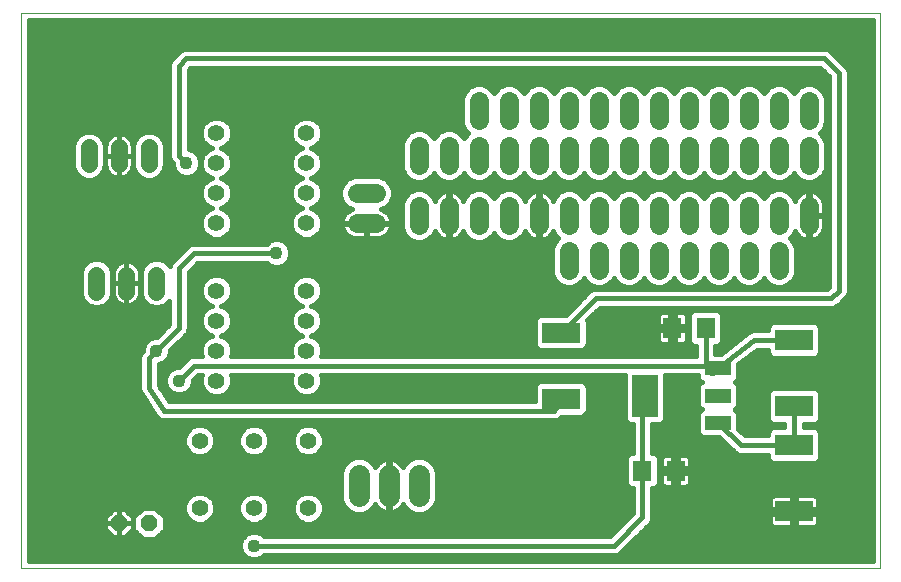
<source format=gtl>
G75*
%MOIN*%
%OFA0B0*%
%FSLAX25Y25*%
%IPPOS*%
%LPD*%
%AMOC8*
5,1,8,0,0,1.08239X$1,22.5*
%
%ADD10C,0.00000*%
%ADD11R,0.06299X0.07087*%
%ADD12R,0.08800X0.04800*%
%ADD13R,0.08661X0.14173*%
%ADD14C,0.05600*%
%ADD15C,0.06400*%
%ADD16R,0.12598X0.07087*%
%ADD17C,0.05600*%
%ADD18C,0.07124*%
%ADD19OC8,0.05600*%
%ADD20C,0.05550*%
%ADD21C,0.01600*%
%ADD22C,0.04362*%
D10*
X0001800Y0001800D02*
X0001800Y0186761D01*
X0288001Y0186761D01*
X0288001Y0001800D01*
X0001800Y0001800D01*
D11*
X0208788Y0034300D03*
X0219812Y0034300D03*
X0218788Y0081800D03*
X0229812Y0081800D03*
D12*
X0234000Y0068400D03*
X0234000Y0059300D03*
X0234000Y0050200D03*
D13*
X0209599Y0059300D03*
D14*
X0096800Y0064300D03*
X0096800Y0074300D03*
X0096800Y0084300D03*
X0096800Y0094300D03*
X0096800Y0116800D03*
X0096800Y0126800D03*
X0096800Y0136800D03*
X0096800Y0146800D03*
X0066800Y0146800D03*
X0066800Y0136800D03*
X0066800Y0126800D03*
X0066800Y0116800D03*
X0066800Y0094300D03*
X0066800Y0084300D03*
X0066800Y0074300D03*
X0066800Y0064300D03*
D15*
X0113600Y0116800D02*
X0120000Y0116800D01*
X0134300Y0116100D02*
X0134300Y0122500D01*
X0144300Y0122500D02*
X0144300Y0116100D01*
X0154300Y0116100D02*
X0154300Y0122500D01*
X0164300Y0122500D02*
X0164300Y0116100D01*
X0174300Y0116100D02*
X0174300Y0122500D01*
X0184300Y0122500D02*
X0184300Y0116100D01*
X0194300Y0116100D02*
X0194300Y0122500D01*
X0204300Y0122500D02*
X0204300Y0116100D01*
X0214300Y0116100D02*
X0214300Y0122500D01*
X0224300Y0122500D02*
X0224300Y0116100D01*
X0234300Y0116100D02*
X0234300Y0122500D01*
X0244300Y0122500D02*
X0244300Y0116100D01*
X0254300Y0116100D02*
X0254300Y0122500D01*
X0264300Y0122500D02*
X0264300Y0116100D01*
X0254300Y0107500D02*
X0254300Y0101100D01*
X0244300Y0101100D02*
X0244300Y0107500D01*
X0234300Y0107500D02*
X0234300Y0101100D01*
X0224300Y0101100D02*
X0224300Y0107500D01*
X0214300Y0107500D02*
X0214300Y0101100D01*
X0204300Y0101100D02*
X0204300Y0107500D01*
X0194300Y0107500D02*
X0194300Y0101100D01*
X0184300Y0101100D02*
X0184300Y0107500D01*
X0184300Y0136100D02*
X0184300Y0142500D01*
X0194300Y0142500D02*
X0194300Y0136100D01*
X0204300Y0136100D02*
X0204300Y0142500D01*
X0214300Y0142500D02*
X0214300Y0136100D01*
X0224300Y0136100D02*
X0224300Y0142500D01*
X0234300Y0142500D02*
X0234300Y0136100D01*
X0244300Y0136100D02*
X0244300Y0142500D01*
X0254300Y0142500D02*
X0254300Y0136100D01*
X0264300Y0136100D02*
X0264300Y0142500D01*
X0264300Y0151100D02*
X0264300Y0157500D01*
X0254300Y0157500D02*
X0254300Y0151100D01*
X0244300Y0151100D02*
X0244300Y0157500D01*
X0234300Y0157500D02*
X0234300Y0151100D01*
X0224300Y0151100D02*
X0224300Y0157500D01*
X0214300Y0157500D02*
X0214300Y0151100D01*
X0204300Y0151100D02*
X0204300Y0157500D01*
X0194300Y0157500D02*
X0194300Y0151100D01*
X0184300Y0151100D02*
X0184300Y0157500D01*
X0174300Y0157500D02*
X0174300Y0151100D01*
X0164300Y0151100D02*
X0164300Y0157500D01*
X0154300Y0157500D02*
X0154300Y0151100D01*
X0154300Y0142500D02*
X0154300Y0136100D01*
X0164300Y0136100D02*
X0164300Y0142500D01*
X0174300Y0142500D02*
X0174300Y0136100D01*
X0144300Y0136100D02*
X0144300Y0142500D01*
X0134300Y0142500D02*
X0134300Y0136100D01*
X0120000Y0126800D02*
X0113600Y0126800D01*
D16*
X0181800Y0080324D03*
X0181800Y0058276D03*
X0259300Y0055776D03*
X0259300Y0042824D03*
X0259300Y0020776D03*
X0259300Y0077824D03*
D17*
X0046800Y0094000D02*
X0046800Y0099600D01*
X0036800Y0099600D02*
X0036800Y0094000D01*
X0026800Y0094000D02*
X0026800Y0099600D01*
X0024300Y0136500D02*
X0024300Y0142100D01*
X0034300Y0142100D02*
X0034300Y0136500D01*
X0044300Y0136500D02*
X0044300Y0142100D01*
D18*
X0114300Y0032862D02*
X0114300Y0025738D01*
X0124300Y0025738D02*
X0124300Y0032862D01*
X0134300Y0032862D02*
X0134300Y0025738D01*
D19*
X0044300Y0016800D03*
X0034300Y0016800D03*
D20*
X0061200Y0021800D03*
X0079300Y0021800D03*
X0097400Y0021800D03*
X0097400Y0044300D03*
X0079300Y0044300D03*
X0061200Y0044300D03*
D21*
X0066375Y0044263D02*
X0074125Y0044263D01*
X0074125Y0043271D02*
X0074913Y0041369D01*
X0076369Y0039913D01*
X0078271Y0039125D01*
X0080329Y0039125D01*
X0082231Y0039913D01*
X0083687Y0041369D01*
X0084475Y0043271D01*
X0084475Y0045329D01*
X0083687Y0047231D01*
X0082231Y0048687D01*
X0080329Y0049475D01*
X0078271Y0049475D01*
X0076369Y0048687D01*
X0074913Y0047231D01*
X0074125Y0045329D01*
X0074125Y0043271D01*
X0074376Y0042664D02*
X0066124Y0042664D01*
X0066375Y0043271D02*
X0065587Y0041369D01*
X0064131Y0039913D01*
X0062229Y0039125D01*
X0060171Y0039125D01*
X0058269Y0039913D01*
X0056813Y0041369D01*
X0056025Y0043271D01*
X0056025Y0045329D01*
X0056813Y0047231D01*
X0058269Y0048687D01*
X0060171Y0049475D01*
X0062229Y0049475D01*
X0064131Y0048687D01*
X0065587Y0047231D01*
X0066375Y0045329D01*
X0066375Y0043271D01*
X0065284Y0041066D02*
X0075216Y0041066D01*
X0077445Y0039467D02*
X0063055Y0039467D01*
X0059345Y0039467D02*
X0004200Y0039467D01*
X0004200Y0037869D02*
X0110875Y0037869D01*
X0110923Y0037917D02*
X0109245Y0036240D01*
X0108338Y0034048D01*
X0108338Y0024552D01*
X0109245Y0022360D01*
X0110923Y0020683D01*
X0113114Y0019776D01*
X0115486Y0019776D01*
X0117677Y0020683D01*
X0119355Y0022360D01*
X0119645Y0023062D01*
X0119714Y0022927D01*
X0120210Y0022245D01*
X0120807Y0021648D01*
X0121490Y0021152D01*
X0122242Y0020768D01*
X0123044Y0020508D01*
X0123878Y0020376D01*
X0123919Y0020376D01*
X0123919Y0028919D01*
X0124681Y0028919D01*
X0124681Y0020376D01*
X0124722Y0020376D01*
X0125556Y0020508D01*
X0126358Y0020768D01*
X0127110Y0021152D01*
X0127793Y0021648D01*
X0128390Y0022245D01*
X0128886Y0022927D01*
X0128955Y0023062D01*
X0129245Y0022360D01*
X0130923Y0020683D01*
X0133114Y0019776D01*
X0135486Y0019776D01*
X0137677Y0020683D01*
X0139355Y0022360D01*
X0140262Y0024552D01*
X0140262Y0034048D01*
X0139355Y0036240D01*
X0137677Y0037917D01*
X0135486Y0038824D01*
X0133114Y0038824D01*
X0130923Y0037917D01*
X0129245Y0036240D01*
X0128955Y0035538D01*
X0128886Y0035673D01*
X0128390Y0036355D01*
X0127793Y0036952D01*
X0127110Y0037448D01*
X0126358Y0037832D01*
X0125556Y0038092D01*
X0124722Y0038224D01*
X0124681Y0038224D01*
X0124681Y0029681D01*
X0123919Y0029681D01*
X0123919Y0038224D01*
X0123878Y0038224D01*
X0123044Y0038092D01*
X0122242Y0037832D01*
X0121490Y0037448D01*
X0120807Y0036952D01*
X0120210Y0036355D01*
X0119714Y0035673D01*
X0119645Y0035538D01*
X0119355Y0036240D01*
X0117677Y0037917D01*
X0115486Y0038824D01*
X0113114Y0038824D01*
X0110923Y0037917D01*
X0109276Y0036270D02*
X0004200Y0036270D01*
X0004200Y0034672D02*
X0108596Y0034672D01*
X0108338Y0033073D02*
X0004200Y0033073D01*
X0004200Y0031475D02*
X0108338Y0031475D01*
X0108338Y0029876D02*
X0004200Y0029876D01*
X0004200Y0028278D02*
X0108338Y0028278D01*
X0108338Y0026679D02*
X0099143Y0026679D01*
X0098429Y0026975D02*
X0100331Y0026187D01*
X0101787Y0024731D01*
X0102575Y0022829D01*
X0102575Y0020771D01*
X0101787Y0018869D01*
X0100331Y0017413D01*
X0098429Y0016625D01*
X0096371Y0016625D01*
X0094469Y0017413D01*
X0093013Y0018869D01*
X0092225Y0020771D01*
X0092225Y0022829D01*
X0093013Y0024731D01*
X0094469Y0026187D01*
X0096371Y0026975D01*
X0098429Y0026975D01*
X0095657Y0026679D02*
X0081043Y0026679D01*
X0080329Y0026975D02*
X0078271Y0026975D01*
X0076369Y0026187D01*
X0074913Y0024731D01*
X0074125Y0022829D01*
X0074125Y0020771D01*
X0074913Y0018869D01*
X0076369Y0017413D01*
X0078271Y0016625D01*
X0080329Y0016625D01*
X0082231Y0017413D01*
X0083687Y0018869D01*
X0084475Y0020771D01*
X0084475Y0022829D01*
X0083687Y0024731D01*
X0082231Y0026187D01*
X0080329Y0026975D01*
X0077557Y0026679D02*
X0062943Y0026679D01*
X0062229Y0026975D02*
X0060171Y0026975D01*
X0058269Y0026187D01*
X0056813Y0024731D01*
X0056025Y0022829D01*
X0056025Y0020771D01*
X0056813Y0018869D01*
X0058269Y0017413D01*
X0060171Y0016625D01*
X0062229Y0016625D01*
X0064131Y0017413D01*
X0065587Y0018869D01*
X0066375Y0020771D01*
X0066375Y0022829D01*
X0065587Y0024731D01*
X0064131Y0026187D01*
X0062229Y0026975D01*
X0059457Y0026679D02*
X0004200Y0026679D01*
X0004200Y0025081D02*
X0057162Y0025081D01*
X0056296Y0023482D02*
X0004200Y0023482D01*
X0004200Y0021884D02*
X0042030Y0021884D01*
X0042146Y0022000D02*
X0039100Y0018954D01*
X0039100Y0014646D01*
X0042146Y0011600D01*
X0046454Y0011600D01*
X0049500Y0014646D01*
X0049500Y0018954D01*
X0046454Y0022000D01*
X0042146Y0022000D01*
X0040431Y0020285D02*
X0037320Y0020285D01*
X0036205Y0021400D02*
X0034300Y0021400D01*
X0034300Y0016800D01*
X0038900Y0016800D01*
X0038900Y0018705D01*
X0036205Y0021400D01*
X0034300Y0021400D02*
X0032395Y0021400D01*
X0029700Y0018705D01*
X0029700Y0016800D01*
X0034300Y0016800D01*
X0034300Y0016800D01*
X0034300Y0016800D01*
X0038900Y0016800D01*
X0038900Y0014895D01*
X0036205Y0012200D01*
X0034300Y0012200D01*
X0034300Y0016800D01*
X0034300Y0016800D01*
X0034300Y0016800D01*
X0034300Y0021400D01*
X0034300Y0020285D02*
X0034300Y0020285D01*
X0034300Y0018687D02*
X0034300Y0018687D01*
X0034300Y0017088D02*
X0034300Y0017088D01*
X0034300Y0016800D02*
X0029700Y0016800D01*
X0029700Y0014895D01*
X0032395Y0012200D01*
X0034300Y0012200D01*
X0034300Y0016800D01*
X0034300Y0015490D02*
X0034300Y0015490D01*
X0034300Y0013891D02*
X0034300Y0013891D01*
X0034300Y0012293D02*
X0034300Y0012293D01*
X0036298Y0012293D02*
X0041454Y0012293D01*
X0039855Y0013891D02*
X0037896Y0013891D01*
X0038900Y0015490D02*
X0039100Y0015490D01*
X0039100Y0017088D02*
X0038900Y0017088D01*
X0038900Y0018687D02*
X0039100Y0018687D01*
X0046570Y0021884D02*
X0056025Y0021884D01*
X0056226Y0020285D02*
X0048169Y0020285D01*
X0049500Y0018687D02*
X0056995Y0018687D01*
X0059053Y0017088D02*
X0049500Y0017088D01*
X0049500Y0015490D02*
X0200964Y0015490D01*
X0202563Y0017088D02*
X0099547Y0017088D01*
X0101605Y0018687D02*
X0204161Y0018687D01*
X0205588Y0020114D02*
X0197975Y0012500D01*
X0082579Y0012500D01*
X0081895Y0013184D01*
X0080211Y0013881D01*
X0078389Y0013881D01*
X0076705Y0013184D01*
X0075416Y0011895D01*
X0074719Y0010211D01*
X0074719Y0008389D01*
X0075416Y0006705D01*
X0076705Y0005416D01*
X0078389Y0004719D01*
X0080211Y0004719D01*
X0081895Y0005416D01*
X0082579Y0006100D01*
X0199937Y0006100D01*
X0201113Y0006587D01*
X0202013Y0007487D01*
X0202013Y0007487D01*
X0211501Y0016976D01*
X0211988Y0018152D01*
X0211988Y0028357D01*
X0212415Y0028357D01*
X0213297Y0028722D01*
X0213972Y0029397D01*
X0214338Y0030279D01*
X0214338Y0038321D01*
X0213972Y0039203D01*
X0213297Y0039878D01*
X0212415Y0040243D01*
X0211988Y0040243D01*
X0211988Y0049813D01*
X0214407Y0049813D01*
X0215289Y0050179D01*
X0215965Y0050854D01*
X0216330Y0051736D01*
X0216330Y0066100D01*
X0227200Y0066100D01*
X0227200Y0065523D01*
X0227565Y0064641D01*
X0228241Y0063965D01*
X0228519Y0063850D01*
X0228241Y0063735D01*
X0227565Y0063059D01*
X0227200Y0062177D01*
X0227200Y0056423D01*
X0227565Y0055541D01*
X0228241Y0054865D01*
X0228519Y0054750D01*
X0228241Y0054635D01*
X0227565Y0053959D01*
X0227200Y0053077D01*
X0227200Y0047323D01*
X0227565Y0046441D01*
X0228241Y0045765D01*
X0229123Y0045400D01*
X0234359Y0045400D01*
X0239379Y0040542D01*
X0239811Y0040111D01*
X0239836Y0040100D01*
X0239856Y0040081D01*
X0240423Y0039857D01*
X0240987Y0039624D01*
X0241014Y0039624D01*
X0241040Y0039614D01*
X0241650Y0039624D01*
X0250601Y0039624D01*
X0250601Y0038803D01*
X0250966Y0037921D01*
X0251641Y0037246D01*
X0252523Y0036880D01*
X0266077Y0036880D01*
X0266959Y0037246D01*
X0267634Y0037921D01*
X0267999Y0038803D01*
X0267999Y0046844D01*
X0267634Y0047726D01*
X0266959Y0048402D01*
X0266077Y0048767D01*
X0262500Y0048767D01*
X0262500Y0049833D01*
X0266077Y0049833D01*
X0266959Y0050198D01*
X0267634Y0050874D01*
X0267999Y0051756D01*
X0267999Y0059797D01*
X0267634Y0060679D01*
X0266959Y0061354D01*
X0266077Y0061720D01*
X0252523Y0061720D01*
X0251641Y0061354D01*
X0250966Y0060679D01*
X0250601Y0059797D01*
X0250601Y0051756D01*
X0250966Y0050874D01*
X0251641Y0050198D01*
X0252523Y0049833D01*
X0256100Y0049833D01*
X0256100Y0048767D01*
X0252523Y0048767D01*
X0251641Y0048402D01*
X0250966Y0047726D01*
X0250601Y0046844D01*
X0250601Y0046024D01*
X0242918Y0046024D01*
X0240800Y0048073D01*
X0240800Y0053077D01*
X0240435Y0053959D01*
X0239759Y0054635D01*
X0239481Y0054750D01*
X0239759Y0054865D01*
X0240435Y0055541D01*
X0240800Y0056423D01*
X0240800Y0062177D01*
X0240435Y0063059D01*
X0239759Y0063735D01*
X0239481Y0063850D01*
X0239759Y0063965D01*
X0240435Y0064641D01*
X0240800Y0065523D01*
X0240800Y0069696D01*
X0247035Y0074624D01*
X0250601Y0074624D01*
X0250601Y0073803D01*
X0250966Y0072921D01*
X0251641Y0072246D01*
X0252523Y0071880D01*
X0266077Y0071880D01*
X0266959Y0072246D01*
X0267634Y0072921D01*
X0267999Y0073803D01*
X0267999Y0081844D01*
X0267634Y0082726D01*
X0266959Y0083402D01*
X0266077Y0083767D01*
X0252523Y0083767D01*
X0251641Y0083402D01*
X0250966Y0082726D01*
X0250601Y0081844D01*
X0250601Y0081024D01*
X0246110Y0081024D01*
X0245664Y0081076D01*
X0245479Y0081024D01*
X0245287Y0081024D01*
X0244872Y0080851D01*
X0244439Y0080729D01*
X0244288Y0080610D01*
X0244111Y0080536D01*
X0243793Y0080218D01*
X0234913Y0073200D01*
X0233012Y0073200D01*
X0233012Y0075857D01*
X0233439Y0075857D01*
X0234321Y0076222D01*
X0234996Y0076897D01*
X0235361Y0077779D01*
X0235361Y0085821D01*
X0234996Y0086703D01*
X0234321Y0087378D01*
X0233439Y0087743D01*
X0226185Y0087743D01*
X0225303Y0087378D01*
X0224628Y0086703D01*
X0224262Y0085821D01*
X0224262Y0077779D01*
X0224628Y0076897D01*
X0225303Y0076222D01*
X0226185Y0075857D01*
X0226612Y0075857D01*
X0226612Y0072500D01*
X0101683Y0072500D01*
X0102000Y0073266D01*
X0102000Y0075334D01*
X0101208Y0077246D01*
X0099746Y0078708D01*
X0098317Y0079300D01*
X0099746Y0079892D01*
X0101208Y0081354D01*
X0102000Y0083266D01*
X0102000Y0085334D01*
X0101208Y0087246D01*
X0099746Y0088708D01*
X0098317Y0089300D01*
X0099746Y0089892D01*
X0101208Y0091354D01*
X0102000Y0093266D01*
X0102000Y0095334D01*
X0101208Y0097246D01*
X0099746Y0098708D01*
X0097834Y0099500D01*
X0095766Y0099500D01*
X0093854Y0098708D01*
X0092392Y0097246D01*
X0091600Y0095334D01*
X0091600Y0093266D01*
X0092392Y0091354D01*
X0093854Y0089892D01*
X0095283Y0089300D01*
X0093854Y0088708D01*
X0092392Y0087246D01*
X0091600Y0085334D01*
X0091600Y0083266D01*
X0092392Y0081354D01*
X0093854Y0079892D01*
X0095283Y0079300D01*
X0093854Y0078708D01*
X0092392Y0077246D01*
X0091600Y0075334D01*
X0091600Y0073266D01*
X0091917Y0072500D01*
X0071683Y0072500D01*
X0072000Y0073266D01*
X0072000Y0075334D01*
X0071208Y0077246D01*
X0069746Y0078708D01*
X0068317Y0079300D01*
X0069746Y0079892D01*
X0071208Y0081354D01*
X0072000Y0083266D01*
X0072000Y0085334D01*
X0071208Y0087246D01*
X0069746Y0088708D01*
X0068317Y0089300D01*
X0069746Y0089892D01*
X0071208Y0091354D01*
X0072000Y0093266D01*
X0072000Y0095334D01*
X0071208Y0097246D01*
X0069746Y0098708D01*
X0067834Y0099500D01*
X0065766Y0099500D01*
X0063854Y0098708D01*
X0062392Y0097246D01*
X0061600Y0095334D01*
X0061600Y0093266D01*
X0062392Y0091354D01*
X0063854Y0089892D01*
X0065283Y0089300D01*
X0063854Y0088708D01*
X0062392Y0087246D01*
X0061600Y0085334D01*
X0061600Y0083266D01*
X0062392Y0081354D01*
X0063854Y0079892D01*
X0065283Y0079300D01*
X0063854Y0078708D01*
X0062392Y0077246D01*
X0061600Y0075334D01*
X0061600Y0073266D01*
X0061917Y0072500D01*
X0058663Y0072500D01*
X0057487Y0072013D01*
X0054356Y0068881D01*
X0053389Y0068881D01*
X0051705Y0068184D01*
X0050416Y0066895D01*
X0049719Y0065211D01*
X0049719Y0063389D01*
X0050416Y0061705D01*
X0051705Y0060416D01*
X0053389Y0059719D01*
X0055211Y0059719D01*
X0056895Y0060416D01*
X0058184Y0061705D01*
X0058881Y0063389D01*
X0058881Y0064356D01*
X0060625Y0066100D01*
X0061917Y0066100D01*
X0061600Y0065334D01*
X0061600Y0063266D01*
X0062392Y0061354D01*
X0063854Y0059892D01*
X0065766Y0059100D01*
X0067834Y0059100D01*
X0069746Y0059892D01*
X0071208Y0061354D01*
X0072000Y0063266D01*
X0072000Y0065334D01*
X0071683Y0066100D01*
X0091917Y0066100D01*
X0091600Y0065334D01*
X0091600Y0063266D01*
X0092392Y0061354D01*
X0093854Y0059892D01*
X0095766Y0059100D01*
X0097834Y0059100D01*
X0099746Y0059892D01*
X0101208Y0061354D01*
X0102000Y0063266D01*
X0102000Y0065334D01*
X0101683Y0066100D01*
X0202869Y0066100D01*
X0202869Y0051736D01*
X0203234Y0050854D01*
X0203909Y0050179D01*
X0204791Y0049813D01*
X0205588Y0049813D01*
X0205588Y0040243D01*
X0205161Y0040243D01*
X0204279Y0039878D01*
X0203604Y0039203D01*
X0203239Y0038321D01*
X0203239Y0030279D01*
X0203604Y0029397D01*
X0204279Y0028722D01*
X0205161Y0028357D01*
X0205588Y0028357D01*
X0205588Y0020114D01*
X0205588Y0020285D02*
X0136716Y0020285D01*
X0138878Y0021884D02*
X0205588Y0021884D01*
X0205588Y0023482D02*
X0139819Y0023482D01*
X0140262Y0025081D02*
X0205588Y0025081D01*
X0205588Y0026679D02*
X0140262Y0026679D01*
X0140262Y0028278D02*
X0205588Y0028278D01*
X0203406Y0029876D02*
X0140262Y0029876D01*
X0140262Y0031475D02*
X0203239Y0031475D01*
X0203239Y0033073D02*
X0140262Y0033073D01*
X0140004Y0034672D02*
X0203239Y0034672D01*
X0203239Y0036270D02*
X0139324Y0036270D01*
X0137725Y0037869D02*
X0203239Y0037869D01*
X0203868Y0039467D02*
X0099255Y0039467D01*
X0098429Y0039125D02*
X0100331Y0039913D01*
X0101787Y0041369D01*
X0102575Y0043271D01*
X0102575Y0045329D01*
X0101787Y0047231D01*
X0100331Y0048687D01*
X0098429Y0049475D01*
X0096371Y0049475D01*
X0094469Y0048687D01*
X0093013Y0047231D01*
X0092225Y0045329D01*
X0092225Y0043271D01*
X0093013Y0041369D01*
X0094469Y0039913D01*
X0096371Y0039125D01*
X0098429Y0039125D01*
X0095545Y0039467D02*
X0081155Y0039467D01*
X0083384Y0041066D02*
X0093316Y0041066D01*
X0092476Y0042664D02*
X0084224Y0042664D01*
X0084475Y0044263D02*
X0092225Y0044263D01*
X0092446Y0045861D02*
X0084254Y0045861D01*
X0083458Y0047460D02*
X0093242Y0047460D01*
X0095365Y0049058D02*
X0081335Y0049058D01*
X0077265Y0049058D02*
X0063235Y0049058D01*
X0065358Y0047460D02*
X0075142Y0047460D01*
X0074346Y0045861D02*
X0066154Y0045861D01*
X0059165Y0049058D02*
X0004200Y0049058D01*
X0004200Y0047460D02*
X0057042Y0047460D01*
X0056246Y0045861D02*
X0004200Y0045861D01*
X0004200Y0044263D02*
X0056025Y0044263D01*
X0056276Y0042664D02*
X0004200Y0042664D01*
X0004200Y0041066D02*
X0057116Y0041066D01*
X0049613Y0051100D02*
X0049297Y0051037D01*
X0048983Y0051100D01*
X0048663Y0051100D01*
X0048365Y0051224D01*
X0048048Y0051287D01*
X0047783Y0051465D01*
X0047487Y0051587D01*
X0047259Y0051816D01*
X0046991Y0051995D01*
X0046813Y0052261D01*
X0046587Y0052487D01*
X0046464Y0052786D01*
X0041813Y0059761D01*
X0041587Y0059987D01*
X0041464Y0060286D01*
X0041284Y0060555D01*
X0041222Y0060868D01*
X0041100Y0061163D01*
X0041100Y0061487D01*
X0041037Y0061803D01*
X0041100Y0062117D01*
X0041100Y0072437D01*
X0041587Y0073613D01*
X0042219Y0074244D01*
X0042219Y0075211D01*
X0042916Y0076895D01*
X0044205Y0078184D01*
X0045889Y0078881D01*
X0046856Y0078881D01*
X0051100Y0083125D01*
X0051100Y0090946D01*
X0049746Y0089592D01*
X0047834Y0088800D01*
X0045766Y0088800D01*
X0043854Y0089592D01*
X0042392Y0091054D01*
X0041600Y0092966D01*
X0041600Y0100634D01*
X0042392Y0102546D01*
X0043854Y0104008D01*
X0045766Y0104800D01*
X0047834Y0104800D01*
X0049746Y0104008D01*
X0051164Y0102590D01*
X0051587Y0103613D01*
X0052487Y0104513D01*
X0057487Y0109513D01*
X0058663Y0110000D01*
X0083521Y0110000D01*
X0084205Y0110684D01*
X0085889Y0111381D01*
X0087711Y0111381D01*
X0089395Y0110684D01*
X0090684Y0109395D01*
X0091381Y0107711D01*
X0091381Y0105889D01*
X0090684Y0104205D01*
X0089395Y0102916D01*
X0087711Y0102219D01*
X0085889Y0102219D01*
X0084205Y0102916D01*
X0083521Y0103600D01*
X0060625Y0103600D01*
X0057500Y0100475D01*
X0057500Y0081163D01*
X0057013Y0079987D01*
X0051381Y0074356D01*
X0051381Y0073389D01*
X0050684Y0071705D01*
X0049395Y0070416D01*
X0047711Y0069719D01*
X0047500Y0069719D01*
X0047500Y0062769D01*
X0051013Y0057500D01*
X0173101Y0057500D01*
X0173101Y0062297D01*
X0173466Y0063179D01*
X0174141Y0063854D01*
X0175023Y0064220D01*
X0188577Y0064220D01*
X0189459Y0063854D01*
X0190134Y0063179D01*
X0190499Y0062297D01*
X0190499Y0054256D01*
X0190134Y0053374D01*
X0189459Y0052698D01*
X0188577Y0052333D01*
X0181859Y0052333D01*
X0181817Y0052292D01*
X0181670Y0052058D01*
X0181372Y0051846D01*
X0181113Y0051587D01*
X0180857Y0051481D01*
X0180632Y0051322D01*
X0180275Y0051240D01*
X0179937Y0051100D01*
X0179660Y0051100D01*
X0179391Y0051039D01*
X0179030Y0051100D01*
X0049613Y0051100D01*
X0046817Y0052255D02*
X0004200Y0052255D01*
X0004200Y0050657D02*
X0203431Y0050657D01*
X0202869Y0052255D02*
X0181794Y0052255D01*
X0179300Y0054300D02*
X0181800Y0058276D01*
X0179300Y0054300D02*
X0049300Y0054300D01*
X0044300Y0061800D01*
X0044300Y0071800D01*
X0046800Y0074300D01*
X0054300Y0081800D01*
X0054300Y0101800D01*
X0059300Y0106800D01*
X0086800Y0106800D01*
X0091016Y0105006D02*
X0178700Y0105006D01*
X0178700Y0103408D02*
X0089886Y0103408D01*
X0091381Y0106605D02*
X0178700Y0106605D01*
X0178700Y0108203D02*
X0091177Y0108203D01*
X0090277Y0109802D02*
X0179192Y0109802D01*
X0179553Y0110672D02*
X0178700Y0108614D01*
X0178700Y0099986D01*
X0179553Y0097928D01*
X0181128Y0096353D01*
X0183186Y0095500D01*
X0185414Y0095500D01*
X0187472Y0096353D01*
X0189047Y0097928D01*
X0189300Y0098538D01*
X0189553Y0097928D01*
X0191128Y0096353D01*
X0193186Y0095500D01*
X0195414Y0095500D01*
X0197472Y0096353D01*
X0199047Y0097928D01*
X0199300Y0098538D01*
X0199553Y0097928D01*
X0201128Y0096353D01*
X0203186Y0095500D01*
X0205414Y0095500D01*
X0207472Y0096353D01*
X0209047Y0097928D01*
X0209300Y0098538D01*
X0209553Y0097928D01*
X0211128Y0096353D01*
X0213186Y0095500D01*
X0215414Y0095500D01*
X0217472Y0096353D01*
X0219047Y0097928D01*
X0219300Y0098538D01*
X0219553Y0097928D01*
X0221128Y0096353D01*
X0223186Y0095500D01*
X0225414Y0095500D01*
X0227472Y0096353D01*
X0229047Y0097928D01*
X0229300Y0098538D01*
X0229553Y0097928D01*
X0231128Y0096353D01*
X0233186Y0095500D01*
X0235414Y0095500D01*
X0237472Y0096353D01*
X0239047Y0097928D01*
X0239300Y0098538D01*
X0239553Y0097928D01*
X0241128Y0096353D01*
X0243186Y0095500D01*
X0245414Y0095500D01*
X0247472Y0096353D01*
X0249047Y0097928D01*
X0249300Y0098538D01*
X0249553Y0097928D01*
X0251128Y0096353D01*
X0253186Y0095500D01*
X0255414Y0095500D01*
X0257472Y0096353D01*
X0259047Y0097928D01*
X0259900Y0099986D01*
X0259900Y0108614D01*
X0259047Y0110672D01*
X0257920Y0111800D01*
X0259047Y0112928D01*
X0259622Y0114316D01*
X0259666Y0114181D01*
X0260024Y0113479D01*
X0260486Y0112843D01*
X0261043Y0112286D01*
X0261679Y0111824D01*
X0262381Y0111466D01*
X0263129Y0111223D01*
X0263906Y0111100D01*
X0264100Y0111100D01*
X0264100Y0119100D01*
X0264500Y0119100D01*
X0264500Y0119500D01*
X0269300Y0119500D01*
X0269300Y0122894D01*
X0269177Y0123671D01*
X0268934Y0124419D01*
X0268576Y0125121D01*
X0268114Y0125757D01*
X0267557Y0126314D01*
X0266921Y0126776D01*
X0266219Y0127134D01*
X0265471Y0127377D01*
X0264694Y0127500D01*
X0264500Y0127500D01*
X0264500Y0119500D01*
X0264100Y0119500D01*
X0264100Y0127500D01*
X0263906Y0127500D01*
X0263129Y0127377D01*
X0262381Y0127134D01*
X0261679Y0126776D01*
X0261043Y0126314D01*
X0260486Y0125757D01*
X0260024Y0125121D01*
X0259666Y0124419D01*
X0259622Y0124284D01*
X0259047Y0125672D01*
X0257472Y0127247D01*
X0255414Y0128100D01*
X0253186Y0128100D01*
X0251128Y0127247D01*
X0249553Y0125672D01*
X0249300Y0125062D01*
X0249047Y0125672D01*
X0247472Y0127247D01*
X0245414Y0128100D01*
X0243186Y0128100D01*
X0241128Y0127247D01*
X0239553Y0125672D01*
X0239300Y0125062D01*
X0239047Y0125672D01*
X0237472Y0127247D01*
X0235414Y0128100D01*
X0233186Y0128100D01*
X0231128Y0127247D01*
X0229553Y0125672D01*
X0229300Y0125062D01*
X0229047Y0125672D01*
X0227472Y0127247D01*
X0225414Y0128100D01*
X0223186Y0128100D01*
X0221128Y0127247D01*
X0219553Y0125672D01*
X0219300Y0125062D01*
X0219047Y0125672D01*
X0217472Y0127247D01*
X0215414Y0128100D01*
X0213186Y0128100D01*
X0211128Y0127247D01*
X0209553Y0125672D01*
X0209300Y0125062D01*
X0209047Y0125672D01*
X0207472Y0127247D01*
X0205414Y0128100D01*
X0203186Y0128100D01*
X0201128Y0127247D01*
X0199553Y0125672D01*
X0199300Y0125062D01*
X0199047Y0125672D01*
X0197472Y0127247D01*
X0195414Y0128100D01*
X0193186Y0128100D01*
X0191128Y0127247D01*
X0189553Y0125672D01*
X0189300Y0125062D01*
X0189047Y0125672D01*
X0187472Y0127247D01*
X0185414Y0128100D01*
X0183186Y0128100D01*
X0181128Y0127247D01*
X0179553Y0125672D01*
X0178978Y0124284D01*
X0178934Y0124419D01*
X0178576Y0125121D01*
X0178114Y0125757D01*
X0177557Y0126314D01*
X0176921Y0126776D01*
X0176219Y0127134D01*
X0175471Y0127377D01*
X0174694Y0127500D01*
X0174500Y0127500D01*
X0174500Y0119500D01*
X0174100Y0119500D01*
X0174100Y0127500D01*
X0173906Y0127500D01*
X0173129Y0127377D01*
X0172381Y0127134D01*
X0171679Y0126776D01*
X0171043Y0126314D01*
X0170486Y0125757D01*
X0170024Y0125121D01*
X0169666Y0124419D01*
X0169622Y0124284D01*
X0169047Y0125672D01*
X0167472Y0127247D01*
X0165414Y0128100D01*
X0163186Y0128100D01*
X0161128Y0127247D01*
X0159553Y0125672D01*
X0159300Y0125062D01*
X0159047Y0125672D01*
X0157472Y0127247D01*
X0155414Y0128100D01*
X0153186Y0128100D01*
X0151128Y0127247D01*
X0149553Y0125672D01*
X0148978Y0124284D01*
X0148934Y0124419D01*
X0148576Y0125121D01*
X0148114Y0125757D01*
X0147557Y0126314D01*
X0146921Y0126776D01*
X0146219Y0127134D01*
X0145471Y0127377D01*
X0144694Y0127500D01*
X0144500Y0127500D01*
X0144500Y0119500D01*
X0144100Y0119500D01*
X0144100Y0127500D01*
X0143906Y0127500D01*
X0143129Y0127377D01*
X0142381Y0127134D01*
X0141679Y0126776D01*
X0141043Y0126314D01*
X0140486Y0125757D01*
X0140024Y0125121D01*
X0139666Y0124419D01*
X0139622Y0124284D01*
X0139047Y0125672D01*
X0137472Y0127247D01*
X0135414Y0128100D01*
X0133186Y0128100D01*
X0131128Y0127247D01*
X0129553Y0125672D01*
X0128700Y0123614D01*
X0128700Y0114986D01*
X0129553Y0112928D01*
X0131128Y0111353D01*
X0133186Y0110500D01*
X0135414Y0110500D01*
X0137472Y0111353D01*
X0139047Y0112928D01*
X0139622Y0114316D01*
X0139666Y0114181D01*
X0140024Y0113479D01*
X0140486Y0112843D01*
X0141043Y0112286D01*
X0141679Y0111824D01*
X0142381Y0111466D01*
X0143129Y0111223D01*
X0143906Y0111100D01*
X0144100Y0111100D01*
X0144100Y0119100D01*
X0144500Y0119100D01*
X0144500Y0111100D01*
X0144694Y0111100D01*
X0145471Y0111223D01*
X0146219Y0111466D01*
X0146921Y0111824D01*
X0147557Y0112286D01*
X0148114Y0112843D01*
X0148576Y0113479D01*
X0148934Y0114181D01*
X0148978Y0114316D01*
X0149553Y0112928D01*
X0151128Y0111353D01*
X0153186Y0110500D01*
X0155414Y0110500D01*
X0157472Y0111353D01*
X0159047Y0112928D01*
X0159300Y0113538D01*
X0159553Y0112928D01*
X0161128Y0111353D01*
X0163186Y0110500D01*
X0165414Y0110500D01*
X0167472Y0111353D01*
X0169047Y0112928D01*
X0169622Y0114316D01*
X0169666Y0114181D01*
X0170024Y0113479D01*
X0170486Y0112843D01*
X0171043Y0112286D01*
X0171679Y0111824D01*
X0172381Y0111466D01*
X0173129Y0111223D01*
X0173906Y0111100D01*
X0174100Y0111100D01*
X0174100Y0119100D01*
X0174500Y0119100D01*
X0174500Y0111100D01*
X0174694Y0111100D01*
X0175471Y0111223D01*
X0176219Y0111466D01*
X0176921Y0111824D01*
X0177557Y0112286D01*
X0178114Y0112843D01*
X0178576Y0113479D01*
X0178934Y0114181D01*
X0178978Y0114316D01*
X0179553Y0112928D01*
X0180680Y0111800D01*
X0179553Y0110672D01*
X0180281Y0111400D02*
X0176016Y0111400D01*
X0174500Y0111400D02*
X0174100Y0111400D01*
X0172584Y0111400D02*
X0167520Y0111400D01*
X0169077Y0112999D02*
X0170373Y0112999D01*
X0174100Y0112999D02*
X0174500Y0112999D01*
X0174500Y0114597D02*
X0174100Y0114597D01*
X0174100Y0116196D02*
X0174500Y0116196D01*
X0174500Y0117794D02*
X0174100Y0117794D01*
X0174100Y0120991D02*
X0174500Y0120991D01*
X0174500Y0122590D02*
X0174100Y0122590D01*
X0174100Y0124188D02*
X0174500Y0124188D01*
X0174500Y0125787D02*
X0174100Y0125787D01*
X0174100Y0127385D02*
X0174500Y0127385D01*
X0175417Y0127385D02*
X0181461Y0127385D01*
X0179667Y0125787D02*
X0178084Y0125787D01*
X0173183Y0127385D02*
X0167139Y0127385D01*
X0168933Y0125787D02*
X0170516Y0125787D01*
X0172987Y0130582D02*
X0165613Y0130582D01*
X0165414Y0130500D02*
X0167472Y0131353D01*
X0169047Y0132928D01*
X0169300Y0133538D01*
X0169553Y0132928D01*
X0171128Y0131353D01*
X0173186Y0130500D01*
X0175414Y0130500D01*
X0177472Y0131353D01*
X0179047Y0132928D01*
X0179300Y0133538D01*
X0179553Y0132928D01*
X0181128Y0131353D01*
X0183186Y0130500D01*
X0185414Y0130500D01*
X0187472Y0131353D01*
X0189047Y0132928D01*
X0189300Y0133538D01*
X0189553Y0132928D01*
X0191128Y0131353D01*
X0193186Y0130500D01*
X0195414Y0130500D01*
X0197472Y0131353D01*
X0199047Y0132928D01*
X0199300Y0133538D01*
X0199553Y0132928D01*
X0201128Y0131353D01*
X0203186Y0130500D01*
X0205414Y0130500D01*
X0207472Y0131353D01*
X0209047Y0132928D01*
X0209300Y0133538D01*
X0209553Y0132928D01*
X0211128Y0131353D01*
X0213186Y0130500D01*
X0215414Y0130500D01*
X0217472Y0131353D01*
X0219047Y0132928D01*
X0219300Y0133538D01*
X0219553Y0132928D01*
X0221128Y0131353D01*
X0223186Y0130500D01*
X0225414Y0130500D01*
X0227472Y0131353D01*
X0229047Y0132928D01*
X0229300Y0133538D01*
X0229553Y0132928D01*
X0231128Y0131353D01*
X0233186Y0130500D01*
X0235414Y0130500D01*
X0237472Y0131353D01*
X0239047Y0132928D01*
X0239300Y0133538D01*
X0239553Y0132928D01*
X0241128Y0131353D01*
X0243186Y0130500D01*
X0245414Y0130500D01*
X0247472Y0131353D01*
X0249047Y0132928D01*
X0249300Y0133538D01*
X0249553Y0132928D01*
X0251128Y0131353D01*
X0253186Y0130500D01*
X0255414Y0130500D01*
X0257472Y0131353D01*
X0259047Y0132928D01*
X0259300Y0133538D01*
X0259553Y0132928D01*
X0261128Y0131353D01*
X0263186Y0130500D01*
X0265414Y0130500D01*
X0267472Y0131353D01*
X0269047Y0132928D01*
X0269900Y0134986D01*
X0269900Y0143614D01*
X0269047Y0145672D01*
X0267920Y0146800D01*
X0269047Y0147928D01*
X0269900Y0149986D01*
X0269900Y0158614D01*
X0269047Y0160672D01*
X0267472Y0162247D01*
X0265414Y0163100D01*
X0263186Y0163100D01*
X0261128Y0162247D01*
X0259553Y0160672D01*
X0259300Y0160062D01*
X0259047Y0160672D01*
X0257472Y0162247D01*
X0255414Y0163100D01*
X0253186Y0163100D01*
X0251128Y0162247D01*
X0249553Y0160672D01*
X0249300Y0160062D01*
X0249047Y0160672D01*
X0247472Y0162247D01*
X0245414Y0163100D01*
X0243186Y0163100D01*
X0241128Y0162247D01*
X0239553Y0160672D01*
X0239300Y0160062D01*
X0239047Y0160672D01*
X0237472Y0162247D01*
X0235414Y0163100D01*
X0233186Y0163100D01*
X0231128Y0162247D01*
X0229553Y0160672D01*
X0229300Y0160062D01*
X0229047Y0160672D01*
X0227472Y0162247D01*
X0225414Y0163100D01*
X0223186Y0163100D01*
X0221128Y0162247D01*
X0219553Y0160672D01*
X0219300Y0160062D01*
X0219047Y0160672D01*
X0217472Y0162247D01*
X0215414Y0163100D01*
X0213186Y0163100D01*
X0211128Y0162247D01*
X0209553Y0160672D01*
X0209300Y0160062D01*
X0209047Y0160672D01*
X0207472Y0162247D01*
X0205414Y0163100D01*
X0203186Y0163100D01*
X0201128Y0162247D01*
X0199553Y0160672D01*
X0199300Y0160062D01*
X0199047Y0160672D01*
X0197472Y0162247D01*
X0195414Y0163100D01*
X0193186Y0163100D01*
X0191128Y0162247D01*
X0189553Y0160672D01*
X0189300Y0160062D01*
X0189047Y0160672D01*
X0187472Y0162247D01*
X0185414Y0163100D01*
X0183186Y0163100D01*
X0181128Y0162247D01*
X0179553Y0160672D01*
X0179300Y0160062D01*
X0179047Y0160672D01*
X0177472Y0162247D01*
X0175414Y0163100D01*
X0173186Y0163100D01*
X0171128Y0162247D01*
X0169553Y0160672D01*
X0169300Y0160062D01*
X0169047Y0160672D01*
X0167472Y0162247D01*
X0165414Y0163100D01*
X0163186Y0163100D01*
X0161128Y0162247D01*
X0159553Y0160672D01*
X0159300Y0160062D01*
X0159047Y0160672D01*
X0157472Y0162247D01*
X0155414Y0163100D01*
X0153186Y0163100D01*
X0151128Y0162247D01*
X0149553Y0160672D01*
X0148700Y0158614D01*
X0148700Y0149986D01*
X0149553Y0147928D01*
X0150680Y0146800D01*
X0149553Y0145672D01*
X0149300Y0145062D01*
X0149047Y0145672D01*
X0147472Y0147247D01*
X0145414Y0148100D01*
X0143186Y0148100D01*
X0141128Y0147247D01*
X0139553Y0145672D01*
X0139300Y0145062D01*
X0139047Y0145672D01*
X0137472Y0147247D01*
X0135414Y0148100D01*
X0133186Y0148100D01*
X0131128Y0147247D01*
X0129553Y0145672D01*
X0128700Y0143614D01*
X0128700Y0134986D01*
X0129553Y0132928D01*
X0131128Y0131353D01*
X0133186Y0130500D01*
X0135414Y0130500D01*
X0137472Y0131353D01*
X0139047Y0132928D01*
X0139300Y0133538D01*
X0139553Y0132928D01*
X0141128Y0131353D01*
X0143186Y0130500D01*
X0145414Y0130500D01*
X0147472Y0131353D01*
X0149047Y0132928D01*
X0149300Y0133538D01*
X0149553Y0132928D01*
X0151128Y0131353D01*
X0153186Y0130500D01*
X0155414Y0130500D01*
X0157472Y0131353D01*
X0159047Y0132928D01*
X0159300Y0133538D01*
X0159553Y0132928D01*
X0161128Y0131353D01*
X0163186Y0130500D01*
X0165414Y0130500D01*
X0162987Y0130582D02*
X0155613Y0130582D01*
X0152987Y0130582D02*
X0145613Y0130582D01*
X0142987Y0130582D02*
X0135613Y0130582D01*
X0132987Y0130582D02*
X0124137Y0130582D01*
X0124747Y0129972D02*
X0123172Y0131547D01*
X0121114Y0132400D01*
X0112486Y0132400D01*
X0110428Y0131547D01*
X0108853Y0129972D01*
X0108000Y0127914D01*
X0108000Y0125686D01*
X0108853Y0123628D01*
X0110428Y0122053D01*
X0111816Y0121478D01*
X0111681Y0121434D01*
X0110979Y0121076D01*
X0110343Y0120614D01*
X0109786Y0120057D01*
X0109324Y0119421D01*
X0108966Y0118719D01*
X0108723Y0117971D01*
X0108600Y0117194D01*
X0108600Y0117000D01*
X0116600Y0117000D01*
X0116600Y0116600D01*
X0117000Y0116600D01*
X0117000Y0117000D01*
X0125000Y0117000D01*
X0125000Y0117194D01*
X0124877Y0117971D01*
X0124634Y0118719D01*
X0124276Y0119421D01*
X0123814Y0120057D01*
X0123257Y0120614D01*
X0122621Y0121076D01*
X0121919Y0121434D01*
X0121784Y0121478D01*
X0123172Y0122053D01*
X0124747Y0123628D01*
X0125600Y0125686D01*
X0125600Y0127914D01*
X0124747Y0129972D01*
X0125157Y0128984D02*
X0271100Y0128984D01*
X0271100Y0130582D02*
X0265613Y0130582D01*
X0262987Y0130582D02*
X0255613Y0130582D01*
X0252987Y0130582D02*
X0245613Y0130582D01*
X0242987Y0130582D02*
X0235613Y0130582D01*
X0232987Y0130582D02*
X0225613Y0130582D01*
X0222987Y0130582D02*
X0215613Y0130582D01*
X0212987Y0130582D02*
X0205613Y0130582D01*
X0202987Y0130582D02*
X0195613Y0130582D01*
X0192987Y0130582D02*
X0185613Y0130582D01*
X0182987Y0130582D02*
X0175613Y0130582D01*
X0178300Y0132181D02*
X0180299Y0132181D01*
X0188300Y0132181D02*
X0190299Y0132181D01*
X0191461Y0127385D02*
X0187139Y0127385D01*
X0188933Y0125787D02*
X0189667Y0125787D01*
X0197139Y0127385D02*
X0201461Y0127385D01*
X0199667Y0125787D02*
X0198933Y0125787D01*
X0207139Y0127385D02*
X0211461Y0127385D01*
X0209667Y0125787D02*
X0208933Y0125787D01*
X0217139Y0127385D02*
X0221461Y0127385D01*
X0219667Y0125787D02*
X0218933Y0125787D01*
X0227139Y0127385D02*
X0231461Y0127385D01*
X0229667Y0125787D02*
X0228933Y0125787D01*
X0237139Y0127385D02*
X0241461Y0127385D01*
X0239667Y0125787D02*
X0238933Y0125787D01*
X0247139Y0127385D02*
X0251461Y0127385D01*
X0249667Y0125787D02*
X0248933Y0125787D01*
X0257139Y0127385D02*
X0263183Y0127385D01*
X0264100Y0127385D02*
X0264500Y0127385D01*
X0265417Y0127385D02*
X0271100Y0127385D01*
X0271100Y0125787D02*
X0268084Y0125787D01*
X0269009Y0124188D02*
X0271100Y0124188D01*
X0271100Y0122590D02*
X0269300Y0122590D01*
X0269300Y0120991D02*
X0271100Y0120991D01*
X0271100Y0119393D02*
X0264500Y0119393D01*
X0264500Y0119100D02*
X0269300Y0119100D01*
X0269300Y0115706D01*
X0269177Y0114929D01*
X0268934Y0114181D01*
X0268576Y0113479D01*
X0268114Y0112843D01*
X0267557Y0112286D01*
X0266921Y0111824D01*
X0266219Y0111466D01*
X0265471Y0111223D01*
X0264694Y0111100D01*
X0264500Y0111100D01*
X0264500Y0119100D01*
X0264500Y0117794D02*
X0264100Y0117794D01*
X0264100Y0116196D02*
X0264500Y0116196D01*
X0264500Y0114597D02*
X0264100Y0114597D01*
X0264100Y0112999D02*
X0264500Y0112999D01*
X0264500Y0111400D02*
X0264100Y0111400D01*
X0262584Y0111400D02*
X0258319Y0111400D01*
X0259077Y0112999D02*
X0260373Y0112999D01*
X0259408Y0109802D02*
X0271100Y0109802D01*
X0271100Y0111400D02*
X0266016Y0111400D01*
X0268227Y0112999D02*
X0271100Y0112999D01*
X0271100Y0114597D02*
X0269069Y0114597D01*
X0269300Y0116196D02*
X0271100Y0116196D01*
X0271100Y0117794D02*
X0269300Y0117794D01*
X0264500Y0120991D02*
X0264100Y0120991D01*
X0264100Y0122590D02*
X0264500Y0122590D01*
X0264500Y0124188D02*
X0264100Y0124188D01*
X0264100Y0125787D02*
X0264500Y0125787D01*
X0260516Y0125787D02*
X0258933Y0125787D01*
X0258300Y0132181D02*
X0260299Y0132181D01*
X0268300Y0132181D02*
X0271100Y0132181D01*
X0271100Y0133779D02*
X0269400Y0133779D01*
X0269900Y0135378D02*
X0271100Y0135378D01*
X0271100Y0136976D02*
X0269900Y0136976D01*
X0269900Y0138575D02*
X0271100Y0138575D01*
X0271100Y0140173D02*
X0269900Y0140173D01*
X0269900Y0141772D02*
X0271100Y0141772D01*
X0271100Y0143370D02*
X0269900Y0143370D01*
X0269339Y0144969D02*
X0271100Y0144969D01*
X0271100Y0146568D02*
X0268152Y0146568D01*
X0269146Y0148166D02*
X0271100Y0148166D01*
X0271100Y0149765D02*
X0269808Y0149765D01*
X0269900Y0151363D02*
X0271100Y0151363D01*
X0271100Y0152962D02*
X0269900Y0152962D01*
X0269900Y0154560D02*
X0271100Y0154560D01*
X0271100Y0156159D02*
X0269900Y0156159D01*
X0269900Y0157757D02*
X0271100Y0157757D01*
X0271100Y0159356D02*
X0269593Y0159356D01*
X0268765Y0160954D02*
X0271100Y0160954D01*
X0271100Y0162553D02*
X0266735Y0162553D01*
X0271100Y0164151D02*
X0057500Y0164151D01*
X0057500Y0162553D02*
X0151865Y0162553D01*
X0149835Y0160954D02*
X0057500Y0160954D01*
X0057500Y0159356D02*
X0149007Y0159356D01*
X0148700Y0157757D02*
X0057500Y0157757D01*
X0057500Y0156159D02*
X0148700Y0156159D01*
X0148700Y0154560D02*
X0057500Y0154560D01*
X0057500Y0152962D02*
X0148700Y0152962D01*
X0148700Y0151363D02*
X0099372Y0151363D01*
X0099746Y0151208D02*
X0097834Y0152000D01*
X0095766Y0152000D01*
X0093854Y0151208D01*
X0092392Y0149746D01*
X0091600Y0147834D01*
X0091600Y0145766D01*
X0092392Y0143854D01*
X0093854Y0142392D01*
X0095283Y0141800D01*
X0093854Y0141208D01*
X0092392Y0139746D01*
X0091600Y0137834D01*
X0091600Y0135766D01*
X0092392Y0133854D01*
X0093854Y0132392D01*
X0095283Y0131800D01*
X0093854Y0131208D01*
X0092392Y0129746D01*
X0091600Y0127834D01*
X0091600Y0125766D01*
X0092392Y0123854D01*
X0093854Y0122392D01*
X0095283Y0121800D01*
X0093854Y0121208D01*
X0092392Y0119746D01*
X0091600Y0117834D01*
X0091600Y0115766D01*
X0092392Y0113854D01*
X0093854Y0112392D01*
X0095766Y0111600D01*
X0097834Y0111600D01*
X0099746Y0112392D01*
X0101208Y0113854D01*
X0102000Y0115766D01*
X0102000Y0117834D01*
X0101208Y0119746D01*
X0099746Y0121208D01*
X0098317Y0121800D01*
X0099746Y0122392D01*
X0101208Y0123854D01*
X0102000Y0125766D01*
X0102000Y0127834D01*
X0101208Y0129746D01*
X0099746Y0131208D01*
X0098317Y0131800D01*
X0099746Y0132392D01*
X0101208Y0133854D01*
X0102000Y0135766D01*
X0102000Y0137834D01*
X0101208Y0139746D01*
X0099746Y0141208D01*
X0098317Y0141800D01*
X0099746Y0142392D01*
X0101208Y0143854D01*
X0102000Y0145766D01*
X0102000Y0147834D01*
X0101208Y0149746D01*
X0099746Y0151208D01*
X0101189Y0149765D02*
X0148792Y0149765D01*
X0149454Y0148166D02*
X0101863Y0148166D01*
X0102000Y0146568D02*
X0130448Y0146568D01*
X0129261Y0144969D02*
X0101670Y0144969D01*
X0100724Y0143370D02*
X0128700Y0143370D01*
X0128700Y0141772D02*
X0098385Y0141772D01*
X0100780Y0140173D02*
X0128700Y0140173D01*
X0128700Y0138575D02*
X0101693Y0138575D01*
X0102000Y0136976D02*
X0128700Y0136976D01*
X0128700Y0135378D02*
X0101839Y0135378D01*
X0101133Y0133779D02*
X0129200Y0133779D01*
X0130299Y0132181D02*
X0121643Y0132181D01*
X0125600Y0127385D02*
X0131461Y0127385D01*
X0129667Y0125787D02*
X0125600Y0125787D01*
X0124980Y0124188D02*
X0128938Y0124188D01*
X0128700Y0122590D02*
X0123709Y0122590D01*
X0122738Y0120991D02*
X0128700Y0120991D01*
X0128700Y0119393D02*
X0124291Y0119393D01*
X0124905Y0117794D02*
X0128700Y0117794D01*
X0128700Y0116196D02*
X0124967Y0116196D01*
X0125000Y0116406D02*
X0124877Y0115629D01*
X0124634Y0114881D01*
X0124276Y0114179D01*
X0123814Y0113543D01*
X0123257Y0112986D01*
X0122621Y0112524D01*
X0121919Y0112166D01*
X0121171Y0111923D01*
X0120394Y0111800D01*
X0117000Y0111800D01*
X0117000Y0116600D01*
X0125000Y0116600D01*
X0125000Y0116406D01*
X0124489Y0114597D02*
X0128861Y0114597D01*
X0129523Y0112999D02*
X0123270Y0112999D01*
X0117000Y0112999D02*
X0116600Y0112999D01*
X0116600Y0111800D02*
X0116600Y0116600D01*
X0108600Y0116600D01*
X0108600Y0116406D01*
X0108723Y0115629D01*
X0108966Y0114881D01*
X0109324Y0114179D01*
X0109786Y0113543D01*
X0110343Y0112986D01*
X0110979Y0112524D01*
X0111681Y0112166D01*
X0112429Y0111923D01*
X0113206Y0111800D01*
X0116600Y0111800D01*
X0116600Y0114597D02*
X0117000Y0114597D01*
X0117000Y0116196D02*
X0116600Y0116196D01*
X0110330Y0112999D02*
X0100353Y0112999D01*
X0101516Y0114597D02*
X0109111Y0114597D01*
X0108633Y0116196D02*
X0102000Y0116196D01*
X0102000Y0117794D02*
X0108695Y0117794D01*
X0109309Y0119393D02*
X0101354Y0119393D01*
X0099963Y0120991D02*
X0110862Y0120991D01*
X0109891Y0122590D02*
X0099944Y0122590D01*
X0101347Y0124188D02*
X0108620Y0124188D01*
X0108000Y0125787D02*
X0102000Y0125787D01*
X0102000Y0127385D02*
X0108000Y0127385D01*
X0108443Y0128984D02*
X0101524Y0128984D01*
X0100372Y0130582D02*
X0109463Y0130582D01*
X0111957Y0132181D02*
X0099237Y0132181D01*
X0094363Y0132181D02*
X0069237Y0132181D01*
X0069746Y0132392D02*
X0071208Y0133854D01*
X0072000Y0135766D01*
X0072000Y0137834D01*
X0071208Y0139746D01*
X0069746Y0141208D01*
X0068317Y0141800D01*
X0069746Y0142392D01*
X0071208Y0143854D01*
X0072000Y0145766D01*
X0072000Y0147834D01*
X0071208Y0149746D01*
X0069746Y0151208D01*
X0067834Y0152000D01*
X0065766Y0152000D01*
X0063854Y0151208D01*
X0062392Y0149746D01*
X0061600Y0147834D01*
X0061600Y0145766D01*
X0062392Y0143854D01*
X0063854Y0142392D01*
X0065283Y0141800D01*
X0063854Y0141208D01*
X0062392Y0139746D01*
X0061600Y0137834D01*
X0061600Y0135766D01*
X0062392Y0133854D01*
X0063854Y0132392D01*
X0065283Y0131800D01*
X0063854Y0131208D01*
X0062392Y0129746D01*
X0061600Y0127834D01*
X0061600Y0125766D01*
X0062392Y0123854D01*
X0063854Y0122392D01*
X0065283Y0121800D01*
X0063854Y0121208D01*
X0062392Y0119746D01*
X0061600Y0117834D01*
X0061600Y0115766D01*
X0062392Y0113854D01*
X0063854Y0112392D01*
X0065766Y0111600D01*
X0067834Y0111600D01*
X0069746Y0112392D01*
X0071208Y0113854D01*
X0072000Y0115766D01*
X0072000Y0117834D01*
X0071208Y0119746D01*
X0069746Y0121208D01*
X0068317Y0121800D01*
X0069746Y0122392D01*
X0071208Y0123854D01*
X0072000Y0125766D01*
X0072000Y0127834D01*
X0071208Y0129746D01*
X0069746Y0131208D01*
X0068317Y0131800D01*
X0069746Y0132392D01*
X0070372Y0130582D02*
X0093228Y0130582D01*
X0092076Y0128984D02*
X0071524Y0128984D01*
X0072000Y0127385D02*
X0091600Y0127385D01*
X0091600Y0125787D02*
X0072000Y0125787D01*
X0071347Y0124188D02*
X0092253Y0124188D01*
X0093656Y0122590D02*
X0069944Y0122590D01*
X0069963Y0120991D02*
X0093637Y0120991D01*
X0092246Y0119393D02*
X0071354Y0119393D01*
X0072000Y0117794D02*
X0091600Y0117794D01*
X0091600Y0116196D02*
X0072000Y0116196D01*
X0071516Y0114597D02*
X0092084Y0114597D01*
X0093247Y0112999D02*
X0070353Y0112999D01*
X0063247Y0112999D02*
X0004200Y0112999D01*
X0004200Y0114597D02*
X0062084Y0114597D01*
X0061600Y0116196D02*
X0004200Y0116196D01*
X0004200Y0117794D02*
X0061600Y0117794D01*
X0062246Y0119393D02*
X0004200Y0119393D01*
X0004200Y0120991D02*
X0063637Y0120991D01*
X0063656Y0122590D02*
X0004200Y0122590D01*
X0004200Y0124188D02*
X0062253Y0124188D01*
X0061600Y0125787D02*
X0004200Y0125787D01*
X0004200Y0127385D02*
X0061600Y0127385D01*
X0062076Y0128984D02*
X0004200Y0128984D01*
X0004200Y0130582D02*
X0063228Y0130582D01*
X0064363Y0132181D02*
X0047335Y0132181D01*
X0047246Y0132092D02*
X0048708Y0133554D01*
X0049500Y0135466D01*
X0049500Y0143134D01*
X0048708Y0145046D01*
X0047246Y0146508D01*
X0045334Y0147300D01*
X0043266Y0147300D01*
X0041354Y0146508D01*
X0039892Y0145046D01*
X0039100Y0143134D01*
X0039100Y0135466D01*
X0039892Y0133554D01*
X0041354Y0132092D01*
X0043266Y0131300D01*
X0045334Y0131300D01*
X0047246Y0132092D01*
X0048802Y0133779D02*
X0053342Y0133779D01*
X0052916Y0134205D02*
X0054205Y0132916D01*
X0055889Y0132219D01*
X0057711Y0132219D01*
X0059395Y0132916D01*
X0060684Y0134205D01*
X0061381Y0135889D01*
X0061381Y0137711D01*
X0060684Y0139395D01*
X0059395Y0140684D01*
X0057711Y0141381D01*
X0057500Y0141381D01*
X0057500Y0167975D01*
X0058125Y0168600D01*
X0267975Y0168600D01*
X0271100Y0165475D01*
X0271100Y0095625D01*
X0270475Y0095000D01*
X0192640Y0095000D01*
X0191464Y0094513D01*
X0183218Y0086267D01*
X0175023Y0086267D01*
X0174141Y0085902D01*
X0173466Y0085226D01*
X0173101Y0084344D01*
X0173101Y0076303D01*
X0173466Y0075421D01*
X0174141Y0074746D01*
X0175023Y0074380D01*
X0188577Y0074380D01*
X0189459Y0074746D01*
X0190134Y0075421D01*
X0190499Y0076303D01*
X0190499Y0084344D01*
X0190454Y0084453D01*
X0194602Y0088600D01*
X0272437Y0088600D01*
X0273613Y0089087D01*
X0274513Y0089987D01*
X0274513Y0089987D01*
X0276113Y0091587D01*
X0277013Y0092487D01*
X0277500Y0093663D01*
X0277500Y0167437D01*
X0277013Y0168613D01*
X0272013Y0173613D01*
X0271113Y0174513D01*
X0269937Y0175000D01*
X0056163Y0175000D01*
X0054987Y0174513D01*
X0052487Y0172013D01*
X0051587Y0171113D01*
X0051100Y0169937D01*
X0051100Y0138663D01*
X0051587Y0137487D01*
X0052219Y0136856D01*
X0052219Y0135889D01*
X0052916Y0134205D01*
X0052430Y0135378D02*
X0049464Y0135378D01*
X0049500Y0136976D02*
X0052098Y0136976D01*
X0051137Y0138575D02*
X0049500Y0138575D01*
X0049500Y0140173D02*
X0051100Y0140173D01*
X0051100Y0141772D02*
X0049500Y0141772D01*
X0049402Y0143370D02*
X0051100Y0143370D01*
X0051100Y0144969D02*
X0048740Y0144969D01*
X0047103Y0146568D02*
X0051100Y0146568D01*
X0051100Y0148166D02*
X0004200Y0148166D01*
X0004200Y0146568D02*
X0021497Y0146568D01*
X0021354Y0146508D02*
X0019892Y0145046D01*
X0019100Y0143134D01*
X0019100Y0135466D01*
X0019892Y0133554D01*
X0021354Y0132092D01*
X0023266Y0131300D01*
X0025334Y0131300D01*
X0027246Y0132092D01*
X0028708Y0133554D01*
X0029500Y0135466D01*
X0029500Y0143134D01*
X0028708Y0145046D01*
X0027246Y0146508D01*
X0025334Y0147300D01*
X0023266Y0147300D01*
X0021354Y0146508D01*
X0019860Y0144969D02*
X0004200Y0144969D01*
X0004200Y0143370D02*
X0019198Y0143370D01*
X0019100Y0141772D02*
X0004200Y0141772D01*
X0004200Y0140173D02*
X0019100Y0140173D01*
X0019100Y0138575D02*
X0004200Y0138575D01*
X0004200Y0136976D02*
X0019100Y0136976D01*
X0019136Y0135378D02*
X0004200Y0135378D01*
X0004200Y0133779D02*
X0019798Y0133779D01*
X0021265Y0132181D02*
X0004200Y0132181D01*
X0027335Y0132181D02*
X0032707Y0132181D01*
X0032534Y0132237D02*
X0033223Y0132013D01*
X0033938Y0131900D01*
X0034300Y0131900D01*
X0034662Y0131900D01*
X0035377Y0132013D01*
X0036066Y0132237D01*
X0036711Y0132566D01*
X0037297Y0132991D01*
X0037809Y0133503D01*
X0038234Y0134089D01*
X0038563Y0134734D01*
X0038787Y0135423D01*
X0038900Y0136138D01*
X0038900Y0139300D01*
X0038900Y0142462D01*
X0038787Y0143177D01*
X0038563Y0143866D01*
X0038234Y0144511D01*
X0037809Y0145097D01*
X0037297Y0145609D01*
X0036711Y0146034D01*
X0036066Y0146363D01*
X0035377Y0146587D01*
X0034662Y0146700D01*
X0034300Y0146700D01*
X0034300Y0139300D01*
X0038900Y0139300D01*
X0034300Y0139300D01*
X0034300Y0139300D01*
X0034300Y0139300D01*
X0034300Y0131900D01*
X0034300Y0139300D01*
X0034300Y0139300D01*
X0034300Y0139300D01*
X0029700Y0139300D01*
X0029700Y0142462D01*
X0029813Y0143177D01*
X0030037Y0143866D01*
X0030366Y0144511D01*
X0030791Y0145097D01*
X0031303Y0145609D01*
X0031889Y0146034D01*
X0032534Y0146363D01*
X0033223Y0146587D01*
X0033938Y0146700D01*
X0034300Y0146700D01*
X0034300Y0139300D01*
X0029700Y0139300D01*
X0029700Y0136138D01*
X0029813Y0135423D01*
X0030037Y0134734D01*
X0030366Y0134089D01*
X0030791Y0133503D01*
X0031303Y0132991D01*
X0031889Y0132566D01*
X0032534Y0132237D01*
X0034300Y0132181D02*
X0034300Y0132181D01*
X0035893Y0132181D02*
X0041265Y0132181D01*
X0039798Y0133779D02*
X0038009Y0133779D01*
X0038772Y0135378D02*
X0039136Y0135378D01*
X0039100Y0136976D02*
X0038900Y0136976D01*
X0038900Y0138575D02*
X0039100Y0138575D01*
X0039100Y0140173D02*
X0038900Y0140173D01*
X0038900Y0141772D02*
X0039100Y0141772D01*
X0039198Y0143370D02*
X0038724Y0143370D01*
X0037901Y0144969D02*
X0039860Y0144969D01*
X0041497Y0146568D02*
X0035436Y0146568D01*
X0034300Y0146568D02*
X0034300Y0146568D01*
X0033164Y0146568D02*
X0027103Y0146568D01*
X0028740Y0144969D02*
X0030699Y0144969D01*
X0029876Y0143370D02*
X0029402Y0143370D01*
X0029500Y0141772D02*
X0029700Y0141772D01*
X0029700Y0140173D02*
X0029500Y0140173D01*
X0029500Y0138575D02*
X0029700Y0138575D01*
X0029700Y0136976D02*
X0029500Y0136976D01*
X0029464Y0135378D02*
X0029828Y0135378D01*
X0030591Y0133779D02*
X0028802Y0133779D01*
X0034300Y0133779D02*
X0034300Y0133779D01*
X0034300Y0135378D02*
X0034300Y0135378D01*
X0034300Y0136976D02*
X0034300Y0136976D01*
X0034300Y0138575D02*
X0034300Y0138575D01*
X0034300Y0140173D02*
X0034300Y0140173D01*
X0034300Y0141772D02*
X0034300Y0141772D01*
X0034300Y0143370D02*
X0034300Y0143370D01*
X0034300Y0144969D02*
X0034300Y0144969D01*
X0051100Y0149765D02*
X0004200Y0149765D01*
X0004200Y0151363D02*
X0051100Y0151363D01*
X0051100Y0152962D02*
X0004200Y0152962D01*
X0004200Y0154560D02*
X0051100Y0154560D01*
X0051100Y0156159D02*
X0004200Y0156159D01*
X0004200Y0157757D02*
X0051100Y0157757D01*
X0051100Y0159356D02*
X0004200Y0159356D01*
X0004200Y0160954D02*
X0051100Y0160954D01*
X0051100Y0162553D02*
X0004200Y0162553D01*
X0004200Y0164151D02*
X0051100Y0164151D01*
X0051100Y0165750D02*
X0004200Y0165750D01*
X0004200Y0167348D02*
X0051100Y0167348D01*
X0051100Y0168947D02*
X0004200Y0168947D01*
X0004200Y0170545D02*
X0051352Y0170545D01*
X0052618Y0172144D02*
X0004200Y0172144D01*
X0004200Y0173742D02*
X0054217Y0173742D01*
X0056800Y0171800D02*
X0054300Y0169300D01*
X0054300Y0139300D01*
X0056800Y0136800D01*
X0061023Y0138575D02*
X0061907Y0138575D01*
X0061600Y0136976D02*
X0061381Y0136976D01*
X0061169Y0135378D02*
X0061761Y0135378D01*
X0062467Y0133779D02*
X0060258Y0133779D01*
X0059905Y0140173D02*
X0062820Y0140173D01*
X0065215Y0141772D02*
X0057500Y0141772D01*
X0057500Y0143370D02*
X0062876Y0143370D01*
X0061930Y0144969D02*
X0057500Y0144969D01*
X0057500Y0146568D02*
X0061600Y0146568D01*
X0061737Y0148166D02*
X0057500Y0148166D01*
X0057500Y0149765D02*
X0062411Y0149765D01*
X0064228Y0151363D02*
X0057500Y0151363D01*
X0069372Y0151363D02*
X0094228Y0151363D01*
X0092411Y0149765D02*
X0071189Y0149765D01*
X0071863Y0148166D02*
X0091737Y0148166D01*
X0091600Y0146568D02*
X0072000Y0146568D01*
X0071670Y0144969D02*
X0091930Y0144969D01*
X0092876Y0143370D02*
X0070724Y0143370D01*
X0068385Y0141772D02*
X0095215Y0141772D01*
X0092820Y0140173D02*
X0070780Y0140173D01*
X0071693Y0138575D02*
X0091907Y0138575D01*
X0091600Y0136976D02*
X0072000Y0136976D01*
X0071839Y0135378D02*
X0091761Y0135378D01*
X0092467Y0133779D02*
X0071133Y0133779D01*
X0058185Y0109802D02*
X0004200Y0109802D01*
X0004200Y0111400D02*
X0131080Y0111400D01*
X0137520Y0111400D02*
X0142584Y0111400D01*
X0144100Y0111400D02*
X0144500Y0111400D01*
X0146016Y0111400D02*
X0151080Y0111400D01*
X0149523Y0112999D02*
X0148227Y0112999D01*
X0144500Y0112999D02*
X0144100Y0112999D01*
X0144100Y0114597D02*
X0144500Y0114597D01*
X0144500Y0116196D02*
X0144100Y0116196D01*
X0144100Y0117794D02*
X0144500Y0117794D01*
X0144500Y0120991D02*
X0144100Y0120991D01*
X0144100Y0122590D02*
X0144500Y0122590D01*
X0144500Y0124188D02*
X0144100Y0124188D01*
X0144100Y0125787D02*
X0144500Y0125787D01*
X0144500Y0127385D02*
X0144100Y0127385D01*
X0143183Y0127385D02*
X0137139Y0127385D01*
X0138933Y0125787D02*
X0140516Y0125787D01*
X0145417Y0127385D02*
X0151461Y0127385D01*
X0149667Y0125787D02*
X0148084Y0125787D01*
X0157139Y0127385D02*
X0161461Y0127385D01*
X0159667Y0125787D02*
X0158933Y0125787D01*
X0158300Y0132181D02*
X0160299Y0132181D01*
X0168300Y0132181D02*
X0170299Y0132181D01*
X0150299Y0132181D02*
X0148300Y0132181D01*
X0140299Y0132181D02*
X0138300Y0132181D01*
X0138152Y0146568D02*
X0140448Y0146568D01*
X0148152Y0146568D02*
X0150448Y0146568D01*
X0158765Y0160954D02*
X0159835Y0160954D01*
X0161865Y0162553D02*
X0156735Y0162553D01*
X0166735Y0162553D02*
X0171865Y0162553D01*
X0169835Y0160954D02*
X0168765Y0160954D01*
X0176735Y0162553D02*
X0181865Y0162553D01*
X0179835Y0160954D02*
X0178765Y0160954D01*
X0186735Y0162553D02*
X0191865Y0162553D01*
X0189835Y0160954D02*
X0188765Y0160954D01*
X0196735Y0162553D02*
X0201865Y0162553D01*
X0199835Y0160954D02*
X0198765Y0160954D01*
X0206735Y0162553D02*
X0211865Y0162553D01*
X0209835Y0160954D02*
X0208765Y0160954D01*
X0216735Y0162553D02*
X0221865Y0162553D01*
X0219835Y0160954D02*
X0218765Y0160954D01*
X0226735Y0162553D02*
X0231865Y0162553D01*
X0229835Y0160954D02*
X0228765Y0160954D01*
X0236735Y0162553D02*
X0241865Y0162553D01*
X0239835Y0160954D02*
X0238765Y0160954D01*
X0246735Y0162553D02*
X0251865Y0162553D01*
X0249835Y0160954D02*
X0248765Y0160954D01*
X0256735Y0162553D02*
X0261865Y0162553D01*
X0259835Y0160954D02*
X0258765Y0160954D01*
X0269226Y0167348D02*
X0057500Y0167348D01*
X0057500Y0165750D02*
X0270825Y0165750D01*
X0274300Y0166800D02*
X0269300Y0171800D01*
X0056800Y0171800D01*
X0004200Y0175341D02*
X0285601Y0175341D01*
X0285601Y0176939D02*
X0004200Y0176939D01*
X0004200Y0178538D02*
X0285601Y0178538D01*
X0285601Y0180136D02*
X0004200Y0180136D01*
X0004200Y0181735D02*
X0285601Y0181735D01*
X0285601Y0183333D02*
X0004200Y0183333D01*
X0004200Y0184361D02*
X0285601Y0184361D01*
X0285601Y0004200D01*
X0004200Y0004200D01*
X0004200Y0184361D01*
X0004200Y0108203D02*
X0056178Y0108203D01*
X0054579Y0106605D02*
X0004200Y0106605D01*
X0004200Y0105006D02*
X0052981Y0105006D01*
X0051502Y0103408D02*
X0050346Y0103408D01*
X0057500Y0100211D02*
X0178700Y0100211D01*
X0178700Y0101809D02*
X0058835Y0101809D01*
X0060433Y0103408D02*
X0083714Y0103408D01*
X0092296Y0097014D02*
X0071304Y0097014D01*
X0071967Y0095415D02*
X0091633Y0095415D01*
X0091600Y0093817D02*
X0072000Y0093817D01*
X0071566Y0092218D02*
X0092034Y0092218D01*
X0093126Y0090620D02*
X0070474Y0090620D01*
X0068991Y0089021D02*
X0094610Y0089021D01*
X0092569Y0087423D02*
X0071031Y0087423D01*
X0071797Y0085824D02*
X0091803Y0085824D01*
X0091600Y0084226D02*
X0072000Y0084226D01*
X0071735Y0082627D02*
X0091865Y0082627D01*
X0092718Y0081029D02*
X0070882Y0081029D01*
X0068631Y0079430D02*
X0094969Y0079430D01*
X0092978Y0077832D02*
X0070622Y0077832D01*
X0071628Y0076233D02*
X0091972Y0076233D01*
X0091600Y0074634D02*
X0072000Y0074634D01*
X0071905Y0073036D02*
X0091695Y0073036D01*
X0100622Y0077832D02*
X0173101Y0077832D01*
X0173101Y0079430D02*
X0098631Y0079430D01*
X0100882Y0081029D02*
X0173101Y0081029D01*
X0173101Y0082627D02*
X0101735Y0082627D01*
X0102000Y0084226D02*
X0173101Y0084226D01*
X0174064Y0085824D02*
X0101797Y0085824D01*
X0101031Y0087423D02*
X0184373Y0087423D01*
X0185972Y0089021D02*
X0098990Y0089021D01*
X0100474Y0090620D02*
X0187571Y0090620D01*
X0189169Y0092218D02*
X0101566Y0092218D01*
X0102000Y0093817D02*
X0190768Y0093817D01*
X0193276Y0091800D02*
X0181800Y0080324D01*
X0190499Y0081029D02*
X0218013Y0081029D01*
X0218013Y0081025D02*
X0213839Y0081025D01*
X0213839Y0078020D01*
X0213961Y0077562D01*
X0214198Y0077151D01*
X0214533Y0076816D01*
X0214944Y0076579D01*
X0215402Y0076457D01*
X0218013Y0076457D01*
X0218013Y0081025D01*
X0218013Y0082575D01*
X0213839Y0082575D01*
X0213839Y0085580D01*
X0213961Y0086038D01*
X0214198Y0086449D01*
X0214533Y0086784D01*
X0214944Y0087021D01*
X0215402Y0087143D01*
X0218013Y0087143D01*
X0218013Y0082575D01*
X0219563Y0082575D01*
X0219563Y0087143D01*
X0222175Y0087143D01*
X0222633Y0087021D01*
X0223043Y0086784D01*
X0223378Y0086449D01*
X0223615Y0086038D01*
X0223738Y0085580D01*
X0223738Y0082575D01*
X0219563Y0082575D01*
X0219563Y0081025D01*
X0219563Y0076457D01*
X0222175Y0076457D01*
X0222633Y0076579D01*
X0223043Y0076816D01*
X0223378Y0077151D01*
X0223615Y0077562D01*
X0223738Y0078020D01*
X0223738Y0081025D01*
X0219563Y0081025D01*
X0218013Y0081025D01*
X0219563Y0081029D02*
X0224262Y0081029D01*
X0224262Y0082627D02*
X0223738Y0082627D01*
X0223738Y0084226D02*
X0224262Y0084226D01*
X0224264Y0085824D02*
X0223672Y0085824D01*
X0225411Y0087423D02*
X0193424Y0087423D01*
X0191826Y0085824D02*
X0213904Y0085824D01*
X0213839Y0084226D02*
X0190499Y0084226D01*
X0190499Y0082627D02*
X0213839Y0082627D01*
X0213839Y0079430D02*
X0190499Y0079430D01*
X0190499Y0077832D02*
X0213889Y0077832D01*
X0218013Y0077832D02*
X0219563Y0077832D01*
X0219563Y0079430D02*
X0218013Y0079430D01*
X0218013Y0082627D02*
X0219563Y0082627D01*
X0219563Y0084226D02*
X0218013Y0084226D01*
X0218013Y0085824D02*
X0219563Y0085824D01*
X0223738Y0079430D02*
X0224262Y0079430D01*
X0224262Y0077832D02*
X0223687Y0077832D01*
X0225292Y0076233D02*
X0190470Y0076233D01*
X0189190Y0074634D02*
X0226612Y0074634D01*
X0226612Y0073036D02*
X0101905Y0073036D01*
X0102000Y0074634D02*
X0174410Y0074634D01*
X0173130Y0076233D02*
X0101628Y0076233D01*
X0102000Y0065043D02*
X0202869Y0065043D01*
X0202869Y0063445D02*
X0189868Y0063445D01*
X0190499Y0061846D02*
X0202869Y0061846D01*
X0202869Y0060248D02*
X0190499Y0060248D01*
X0190499Y0058649D02*
X0202869Y0058649D01*
X0202869Y0057051D02*
X0190499Y0057051D01*
X0190499Y0055452D02*
X0202869Y0055452D01*
X0202869Y0053854D02*
X0190333Y0053854D01*
X0205588Y0049058D02*
X0099435Y0049058D01*
X0101558Y0047460D02*
X0205588Y0047460D01*
X0205588Y0045861D02*
X0102354Y0045861D01*
X0102575Y0044263D02*
X0205588Y0044263D01*
X0205588Y0042664D02*
X0102324Y0042664D01*
X0101484Y0041066D02*
X0205588Y0041066D01*
X0211988Y0041066D02*
X0238838Y0041066D01*
X0237186Y0042664D02*
X0211988Y0042664D01*
X0211988Y0044263D02*
X0235534Y0044263D01*
X0241434Y0047460D02*
X0250856Y0047460D01*
X0251183Y0050657D02*
X0240800Y0050657D01*
X0240800Y0052255D02*
X0250601Y0052255D01*
X0250601Y0053854D02*
X0240478Y0053854D01*
X0240346Y0055452D02*
X0250601Y0055452D01*
X0250601Y0057051D02*
X0240800Y0057051D01*
X0240800Y0058649D02*
X0250601Y0058649D01*
X0250788Y0060248D02*
X0240800Y0060248D01*
X0240800Y0061846D02*
X0285601Y0061846D01*
X0285601Y0060248D02*
X0267812Y0060248D01*
X0267999Y0058649D02*
X0285601Y0058649D01*
X0285601Y0057051D02*
X0267999Y0057051D01*
X0267999Y0055452D02*
X0285601Y0055452D01*
X0285601Y0053854D02*
X0267999Y0053854D01*
X0267999Y0052255D02*
X0285601Y0052255D01*
X0285601Y0050657D02*
X0267417Y0050657D01*
X0267744Y0047460D02*
X0285601Y0047460D01*
X0285601Y0049058D02*
X0262500Y0049058D01*
X0267999Y0045861D02*
X0285601Y0045861D01*
X0285601Y0044263D02*
X0267999Y0044263D01*
X0267999Y0042664D02*
X0285601Y0042664D01*
X0285601Y0041066D02*
X0267999Y0041066D01*
X0267999Y0039467D02*
X0285601Y0039467D01*
X0285601Y0037869D02*
X0267582Y0037869D01*
X0259300Y0042824D02*
X0241624Y0042824D01*
X0234000Y0050200D01*
X0227200Y0050657D02*
X0215767Y0050657D01*
X0216330Y0052255D02*
X0227200Y0052255D01*
X0227522Y0053854D02*
X0216330Y0053854D01*
X0216330Y0055452D02*
X0227654Y0055452D01*
X0227200Y0057051D02*
X0216330Y0057051D01*
X0216330Y0058649D02*
X0227200Y0058649D01*
X0227200Y0060248D02*
X0216330Y0060248D01*
X0216330Y0061846D02*
X0227200Y0061846D01*
X0227951Y0063445D02*
X0216330Y0063445D01*
X0216330Y0065043D02*
X0227398Y0065043D01*
X0229812Y0068788D02*
X0231800Y0066800D01*
X0232400Y0066800D01*
X0234000Y0068400D01*
X0233100Y0069300D01*
X0059300Y0069300D01*
X0054300Y0064300D01*
X0050312Y0066642D02*
X0047500Y0066642D01*
X0047500Y0068240D02*
X0051842Y0068240D01*
X0050416Y0071437D02*
X0056912Y0071437D01*
X0055313Y0069839D02*
X0048001Y0069839D01*
X0051235Y0073036D02*
X0061695Y0073036D01*
X0061600Y0074634D02*
X0051660Y0074634D01*
X0053258Y0076233D02*
X0061972Y0076233D01*
X0062978Y0077832D02*
X0054857Y0077832D01*
X0056456Y0079430D02*
X0064969Y0079430D01*
X0062718Y0081029D02*
X0057444Y0081029D01*
X0057500Y0082627D02*
X0061865Y0082627D01*
X0061600Y0084226D02*
X0057500Y0084226D01*
X0057500Y0085824D02*
X0061803Y0085824D01*
X0062569Y0087423D02*
X0057500Y0087423D01*
X0057500Y0089021D02*
X0064609Y0089021D01*
X0063126Y0090620D02*
X0057500Y0090620D01*
X0057500Y0092218D02*
X0062034Y0092218D01*
X0061600Y0093817D02*
X0057500Y0093817D01*
X0057500Y0095415D02*
X0061633Y0095415D01*
X0062296Y0097014D02*
X0057500Y0097014D01*
X0057500Y0098612D02*
X0063758Y0098612D01*
X0069842Y0098612D02*
X0093758Y0098612D01*
X0099842Y0098612D02*
X0179269Y0098612D01*
X0180467Y0097014D02*
X0101304Y0097014D01*
X0101967Y0095415D02*
X0270890Y0095415D01*
X0271100Y0097014D02*
X0258133Y0097014D01*
X0259331Y0098612D02*
X0271100Y0098612D01*
X0271100Y0100211D02*
X0259900Y0100211D01*
X0259900Y0101809D02*
X0271100Y0101809D01*
X0271100Y0103408D02*
X0259900Y0103408D01*
X0259900Y0105006D02*
X0271100Y0105006D01*
X0271100Y0106605D02*
X0259900Y0106605D01*
X0259900Y0108203D02*
X0271100Y0108203D01*
X0277500Y0108203D02*
X0285601Y0108203D01*
X0285601Y0106605D02*
X0277500Y0106605D01*
X0277500Y0105006D02*
X0285601Y0105006D01*
X0285601Y0103408D02*
X0277500Y0103408D01*
X0277500Y0101809D02*
X0285601Y0101809D01*
X0285601Y0100211D02*
X0277500Y0100211D01*
X0277500Y0098612D02*
X0285601Y0098612D01*
X0285601Y0097014D02*
X0277500Y0097014D01*
X0277500Y0095415D02*
X0285601Y0095415D01*
X0285601Y0093817D02*
X0277500Y0093817D01*
X0276744Y0092218D02*
X0285601Y0092218D01*
X0285601Y0090620D02*
X0275145Y0090620D01*
X0273453Y0089021D02*
X0285601Y0089021D01*
X0285601Y0087423D02*
X0234213Y0087423D01*
X0235360Y0085824D02*
X0285601Y0085824D01*
X0285601Y0084226D02*
X0235361Y0084226D01*
X0235361Y0082627D02*
X0250925Y0082627D01*
X0250601Y0081029D02*
X0246068Y0081029D01*
X0245496Y0081029D02*
X0235361Y0081029D01*
X0235361Y0079430D02*
X0242795Y0079430D01*
X0240773Y0077832D02*
X0235361Y0077832D01*
X0234332Y0076233D02*
X0238750Y0076233D01*
X0236728Y0074634D02*
X0233012Y0074634D01*
X0240981Y0069839D02*
X0285601Y0069839D01*
X0285601Y0071437D02*
X0243004Y0071437D01*
X0245027Y0073036D02*
X0250918Y0073036D01*
X0245924Y0077824D02*
X0234000Y0068400D01*
X0229812Y0068788D02*
X0229812Y0081800D01*
X0245924Y0077824D02*
X0259300Y0077824D01*
X0267675Y0082627D02*
X0285601Y0082627D01*
X0285601Y0081029D02*
X0267999Y0081029D01*
X0267999Y0079430D02*
X0285601Y0079430D01*
X0285601Y0077832D02*
X0267999Y0077832D01*
X0267999Y0076233D02*
X0285601Y0076233D01*
X0285601Y0074634D02*
X0267999Y0074634D01*
X0267682Y0073036D02*
X0285601Y0073036D01*
X0285601Y0068240D02*
X0240800Y0068240D01*
X0240800Y0066642D02*
X0285601Y0066642D01*
X0285601Y0065043D02*
X0240602Y0065043D01*
X0240049Y0063445D02*
X0285601Y0063445D01*
X0259300Y0055776D02*
X0259300Y0042824D01*
X0250601Y0039467D02*
X0223749Y0039467D01*
X0223656Y0039521D02*
X0223198Y0039643D01*
X0220587Y0039643D01*
X0220587Y0035075D01*
X0224761Y0035075D01*
X0224761Y0038080D01*
X0224639Y0038538D01*
X0224402Y0038949D01*
X0224067Y0039284D01*
X0223656Y0039521D01*
X0224761Y0037869D02*
X0251018Y0037869D01*
X0256100Y0049058D02*
X0240800Y0049058D01*
X0228145Y0045861D02*
X0211988Y0045861D01*
X0211988Y0047460D02*
X0227200Y0047460D01*
X0227200Y0049058D02*
X0211988Y0049058D01*
X0215967Y0039521D02*
X0216425Y0039643D01*
X0219037Y0039643D01*
X0219037Y0035075D01*
X0220587Y0035075D01*
X0220587Y0033525D01*
X0224761Y0033525D01*
X0224761Y0030520D01*
X0224639Y0030062D01*
X0224402Y0029651D01*
X0224067Y0029316D01*
X0223656Y0029079D01*
X0223198Y0028957D01*
X0220587Y0028957D01*
X0220587Y0033525D01*
X0219037Y0033525D01*
X0219037Y0028957D01*
X0216425Y0028957D01*
X0215967Y0029079D01*
X0215557Y0029316D01*
X0215222Y0029651D01*
X0214985Y0030062D01*
X0214862Y0030520D01*
X0214862Y0033525D01*
X0219037Y0033525D01*
X0219037Y0035075D01*
X0214862Y0035075D01*
X0214862Y0038080D01*
X0214985Y0038538D01*
X0215222Y0038949D01*
X0215557Y0039284D01*
X0215967Y0039521D01*
X0215875Y0039467D02*
X0213708Y0039467D01*
X0214338Y0037869D02*
X0214862Y0037869D01*
X0214862Y0036270D02*
X0214338Y0036270D01*
X0214338Y0034672D02*
X0219037Y0034672D01*
X0220587Y0034672D02*
X0285601Y0034672D01*
X0285601Y0036270D02*
X0224761Y0036270D01*
X0224761Y0033073D02*
X0285601Y0033073D01*
X0285601Y0031475D02*
X0224761Y0031475D01*
X0224532Y0029876D02*
X0285601Y0029876D01*
X0285601Y0028278D02*
X0211988Y0028278D01*
X0211988Y0026679D02*
X0285601Y0026679D01*
X0285601Y0025081D02*
X0267238Y0025081D01*
X0267277Y0025014D02*
X0267040Y0025425D01*
X0266704Y0025760D01*
X0266294Y0025997D01*
X0265836Y0026120D01*
X0260100Y0026120D01*
X0260100Y0021576D01*
X0267399Y0021576D01*
X0267399Y0024557D01*
X0267277Y0025014D01*
X0267399Y0023482D02*
X0285601Y0023482D01*
X0285601Y0021884D02*
X0267399Y0021884D01*
X0267399Y0019976D02*
X0267399Y0016996D01*
X0267277Y0016538D01*
X0267040Y0016128D01*
X0266704Y0015793D01*
X0266294Y0015556D01*
X0265836Y0015433D01*
X0260100Y0015433D01*
X0260100Y0019976D01*
X0258500Y0019976D01*
X0258500Y0015433D01*
X0252764Y0015433D01*
X0252306Y0015556D01*
X0251896Y0015793D01*
X0251560Y0016128D01*
X0251323Y0016538D01*
X0251201Y0016996D01*
X0251201Y0019976D01*
X0258500Y0019976D01*
X0258500Y0021576D01*
X0251201Y0021576D01*
X0251201Y0024557D01*
X0251323Y0025014D01*
X0251560Y0025425D01*
X0251896Y0025760D01*
X0252306Y0025997D01*
X0252764Y0026120D01*
X0258500Y0026120D01*
X0258500Y0021576D01*
X0260100Y0021576D01*
X0260100Y0019976D01*
X0267399Y0019976D01*
X0267399Y0018687D02*
X0285601Y0018687D01*
X0285601Y0020285D02*
X0260100Y0020285D01*
X0260100Y0018687D02*
X0258500Y0018687D01*
X0258500Y0020285D02*
X0211988Y0020285D01*
X0211988Y0018687D02*
X0251201Y0018687D01*
X0251201Y0017088D02*
X0211548Y0017088D01*
X0210015Y0015490D02*
X0252553Y0015490D01*
X0258500Y0015490D02*
X0260100Y0015490D01*
X0260100Y0017088D02*
X0258500Y0017088D01*
X0258500Y0021884D02*
X0260100Y0021884D01*
X0260100Y0023482D02*
X0258500Y0023482D01*
X0258500Y0025081D02*
X0260100Y0025081D01*
X0251362Y0025081D02*
X0211988Y0025081D01*
X0211988Y0023482D02*
X0251201Y0023482D01*
X0251201Y0021884D02*
X0211988Y0021884D01*
X0208788Y0018788D02*
X0199300Y0009300D01*
X0079300Y0009300D01*
X0076223Y0005899D02*
X0004200Y0005899D01*
X0004200Y0007497D02*
X0075088Y0007497D01*
X0074719Y0009096D02*
X0004200Y0009096D01*
X0004200Y0010694D02*
X0074919Y0010694D01*
X0075814Y0012293D02*
X0047146Y0012293D01*
X0048745Y0013891D02*
X0199366Y0013891D01*
X0205220Y0010694D02*
X0285601Y0010694D01*
X0285601Y0009096D02*
X0203621Y0009096D01*
X0202022Y0007497D02*
X0285601Y0007497D01*
X0285601Y0005899D02*
X0082377Y0005899D01*
X0081447Y0017088D02*
X0095253Y0017088D01*
X0093195Y0018687D02*
X0083505Y0018687D01*
X0084274Y0020285D02*
X0092426Y0020285D01*
X0092225Y0021884D02*
X0084475Y0021884D01*
X0084204Y0023482D02*
X0092496Y0023482D01*
X0093362Y0025081D02*
X0083338Y0025081D01*
X0075262Y0025081D02*
X0065238Y0025081D01*
X0066104Y0023482D02*
X0074396Y0023482D01*
X0074125Y0021884D02*
X0066375Y0021884D01*
X0066174Y0020285D02*
X0074326Y0020285D01*
X0075095Y0018687D02*
X0065405Y0018687D01*
X0063347Y0017088D02*
X0077153Y0017088D01*
X0101438Y0025081D02*
X0108338Y0025081D01*
X0108781Y0023482D02*
X0102304Y0023482D01*
X0102575Y0021884D02*
X0109722Y0021884D01*
X0111884Y0020285D02*
X0102374Y0020285D01*
X0116716Y0020285D02*
X0131884Y0020285D01*
X0129722Y0021884D02*
X0128029Y0021884D01*
X0124681Y0021884D02*
X0123919Y0021884D01*
X0123919Y0023482D02*
X0124681Y0023482D01*
X0124681Y0025081D02*
X0123919Y0025081D01*
X0123919Y0026679D02*
X0124681Y0026679D01*
X0124681Y0028278D02*
X0123919Y0028278D01*
X0123919Y0029876D02*
X0124681Y0029876D01*
X0124681Y0031475D02*
X0123919Y0031475D01*
X0123919Y0033073D02*
X0124681Y0033073D01*
X0124681Y0034672D02*
X0123919Y0034672D01*
X0123919Y0036270D02*
X0124681Y0036270D01*
X0124681Y0037869D02*
X0123919Y0037869D01*
X0122356Y0037869D02*
X0117725Y0037869D01*
X0119324Y0036270D02*
X0120148Y0036270D01*
X0126244Y0037869D02*
X0130875Y0037869D01*
X0129276Y0036270D02*
X0128452Y0036270D01*
X0120571Y0021884D02*
X0118878Y0021884D01*
X0100102Y0060248D02*
X0173101Y0060248D01*
X0173101Y0061846D02*
X0101412Y0061846D01*
X0102000Y0063445D02*
X0173732Y0063445D01*
X0173101Y0058649D02*
X0050246Y0058649D01*
X0049181Y0060248D02*
X0052112Y0060248D01*
X0050358Y0061846D02*
X0048115Y0061846D01*
X0047500Y0063445D02*
X0049719Y0063445D01*
X0049719Y0065043D02*
X0047500Y0065043D01*
X0041100Y0065043D02*
X0004200Y0065043D01*
X0004200Y0063445D02*
X0041100Y0063445D01*
X0041046Y0061846D02*
X0004200Y0061846D01*
X0004200Y0060248D02*
X0041479Y0060248D01*
X0042554Y0058649D02*
X0004200Y0058649D01*
X0004200Y0057051D02*
X0043620Y0057051D01*
X0044686Y0055452D02*
X0004200Y0055452D01*
X0004200Y0053854D02*
X0045752Y0053854D01*
X0056488Y0060248D02*
X0063498Y0060248D01*
X0062188Y0061846D02*
X0058242Y0061846D01*
X0058881Y0063445D02*
X0061600Y0063445D01*
X0061600Y0065043D02*
X0059569Y0065043D01*
X0070102Y0060248D02*
X0093498Y0060248D01*
X0092188Y0061846D02*
X0071412Y0061846D01*
X0072000Y0063445D02*
X0091600Y0063445D01*
X0091600Y0065043D02*
X0072000Y0065043D01*
X0049003Y0081029D02*
X0004200Y0081029D01*
X0004200Y0082627D02*
X0050602Y0082627D01*
X0051100Y0084226D02*
X0004200Y0084226D01*
X0004200Y0085824D02*
X0051100Y0085824D01*
X0051100Y0087423D02*
X0004200Y0087423D01*
X0004200Y0089021D02*
X0025232Y0089021D01*
X0025766Y0088800D02*
X0027834Y0088800D01*
X0029746Y0089592D01*
X0031208Y0091054D01*
X0032000Y0092966D01*
X0032000Y0100634D01*
X0031208Y0102546D01*
X0029746Y0104008D01*
X0027834Y0104800D01*
X0025766Y0104800D01*
X0023854Y0104008D01*
X0022392Y0102546D01*
X0021600Y0100634D01*
X0021600Y0092966D01*
X0022392Y0091054D01*
X0023854Y0089592D01*
X0025766Y0088800D01*
X0028368Y0089021D02*
X0045232Y0089021D01*
X0042826Y0090620D02*
X0039925Y0090620D01*
X0039797Y0090491D02*
X0040309Y0091003D01*
X0040734Y0091589D01*
X0041063Y0092234D01*
X0041287Y0092923D01*
X0041400Y0093638D01*
X0041400Y0096800D01*
X0041400Y0099962D01*
X0041287Y0100677D01*
X0041063Y0101366D01*
X0040734Y0102011D01*
X0040309Y0102597D01*
X0039797Y0103109D01*
X0039211Y0103534D01*
X0038566Y0103863D01*
X0037877Y0104087D01*
X0037162Y0104200D01*
X0036800Y0104200D01*
X0036800Y0096800D01*
X0041400Y0096800D01*
X0036800Y0096800D01*
X0036800Y0096800D01*
X0036800Y0096800D01*
X0036800Y0089400D01*
X0037162Y0089400D01*
X0037877Y0089513D01*
X0038566Y0089737D01*
X0039211Y0090066D01*
X0039797Y0090491D01*
X0041055Y0092218D02*
X0041910Y0092218D01*
X0041600Y0093817D02*
X0041400Y0093817D01*
X0041400Y0095415D02*
X0041600Y0095415D01*
X0041600Y0097014D02*
X0041400Y0097014D01*
X0041400Y0098612D02*
X0041600Y0098612D01*
X0041600Y0100211D02*
X0041361Y0100211D01*
X0040837Y0101809D02*
X0042087Y0101809D01*
X0043254Y0103408D02*
X0039385Y0103408D01*
X0036800Y0103408D02*
X0036800Y0103408D01*
X0036800Y0104200D02*
X0036438Y0104200D01*
X0035723Y0104087D01*
X0035034Y0103863D01*
X0034389Y0103534D01*
X0033803Y0103109D01*
X0033291Y0102597D01*
X0032866Y0102011D01*
X0032537Y0101366D01*
X0032313Y0100677D01*
X0032200Y0099962D01*
X0032200Y0096800D01*
X0036800Y0096800D01*
X0036800Y0096800D01*
X0036800Y0096800D01*
X0036800Y0104200D01*
X0034215Y0103408D02*
X0030346Y0103408D01*
X0031513Y0101809D02*
X0032763Y0101809D01*
X0032239Y0100211D02*
X0032000Y0100211D01*
X0032000Y0098612D02*
X0032200Y0098612D01*
X0032200Y0097014D02*
X0032000Y0097014D01*
X0032200Y0096800D02*
X0032200Y0093638D01*
X0032313Y0092923D01*
X0032537Y0092234D01*
X0032866Y0091589D01*
X0033291Y0091003D01*
X0033803Y0090491D01*
X0034389Y0090066D01*
X0035034Y0089737D01*
X0035723Y0089513D01*
X0036438Y0089400D01*
X0036800Y0089400D01*
X0036800Y0096800D01*
X0032200Y0096800D01*
X0032200Y0095415D02*
X0032000Y0095415D01*
X0032000Y0093817D02*
X0032200Y0093817D01*
X0032545Y0092218D02*
X0031690Y0092218D01*
X0030774Y0090620D02*
X0033675Y0090620D01*
X0036800Y0090620D02*
X0036800Y0090620D01*
X0036800Y0092218D02*
X0036800Y0092218D01*
X0036800Y0093817D02*
X0036800Y0093817D01*
X0036800Y0095415D02*
X0036800Y0095415D01*
X0036800Y0097014D02*
X0036800Y0097014D01*
X0036800Y0098612D02*
X0036800Y0098612D01*
X0036800Y0100211D02*
X0036800Y0100211D01*
X0036800Y0101809D02*
X0036800Y0101809D01*
X0023254Y0103408D02*
X0004200Y0103408D01*
X0004200Y0101809D02*
X0022087Y0101809D01*
X0021600Y0100211D02*
X0004200Y0100211D01*
X0004200Y0098612D02*
X0021600Y0098612D01*
X0021600Y0097014D02*
X0004200Y0097014D01*
X0004200Y0095415D02*
X0021600Y0095415D01*
X0021600Y0093817D02*
X0004200Y0093817D01*
X0004200Y0092218D02*
X0021910Y0092218D01*
X0022826Y0090620D02*
X0004200Y0090620D01*
X0004200Y0079430D02*
X0047405Y0079430D01*
X0043853Y0077832D02*
X0004200Y0077832D01*
X0004200Y0076233D02*
X0042642Y0076233D01*
X0042219Y0074634D02*
X0004200Y0074634D01*
X0004200Y0073036D02*
X0041348Y0073036D01*
X0041100Y0071437D02*
X0004200Y0071437D01*
X0004200Y0069839D02*
X0041100Y0069839D01*
X0041100Y0068240D02*
X0004200Y0068240D01*
X0004200Y0066642D02*
X0041100Y0066642D01*
X0048368Y0089021D02*
X0051100Y0089021D01*
X0051100Y0090620D02*
X0050774Y0090620D01*
X0139077Y0112999D02*
X0140373Y0112999D01*
X0157520Y0111400D02*
X0161080Y0111400D01*
X0159523Y0112999D02*
X0159077Y0112999D01*
X0178227Y0112999D02*
X0179523Y0112999D01*
X0188133Y0097014D02*
X0190467Y0097014D01*
X0193276Y0091800D02*
X0271800Y0091800D01*
X0274300Y0094300D01*
X0274300Y0166800D01*
X0276679Y0168947D02*
X0285601Y0168947D01*
X0285601Y0170545D02*
X0275080Y0170545D01*
X0273482Y0172144D02*
X0285601Y0172144D01*
X0285601Y0173742D02*
X0271883Y0173742D01*
X0277500Y0167348D02*
X0285601Y0167348D01*
X0285601Y0165750D02*
X0277500Y0165750D01*
X0277500Y0164151D02*
X0285601Y0164151D01*
X0285601Y0162553D02*
X0277500Y0162553D01*
X0277500Y0160954D02*
X0285601Y0160954D01*
X0285601Y0159356D02*
X0277500Y0159356D01*
X0277500Y0157757D02*
X0285601Y0157757D01*
X0285601Y0156159D02*
X0277500Y0156159D01*
X0277500Y0154560D02*
X0285601Y0154560D01*
X0285601Y0152962D02*
X0277500Y0152962D01*
X0277500Y0151363D02*
X0285601Y0151363D01*
X0285601Y0149765D02*
X0277500Y0149765D01*
X0277500Y0148166D02*
X0285601Y0148166D01*
X0285601Y0146568D02*
X0277500Y0146568D01*
X0277500Y0144969D02*
X0285601Y0144969D01*
X0285601Y0143370D02*
X0277500Y0143370D01*
X0277500Y0141772D02*
X0285601Y0141772D01*
X0285601Y0140173D02*
X0277500Y0140173D01*
X0277500Y0138575D02*
X0285601Y0138575D01*
X0285601Y0136976D02*
X0277500Y0136976D01*
X0277500Y0135378D02*
X0285601Y0135378D01*
X0285601Y0133779D02*
X0277500Y0133779D01*
X0277500Y0132181D02*
X0285601Y0132181D01*
X0285601Y0130582D02*
X0277500Y0130582D01*
X0277500Y0128984D02*
X0285601Y0128984D01*
X0285601Y0127385D02*
X0277500Y0127385D01*
X0277500Y0125787D02*
X0285601Y0125787D01*
X0285601Y0124188D02*
X0277500Y0124188D01*
X0277500Y0122590D02*
X0285601Y0122590D01*
X0285601Y0120991D02*
X0277500Y0120991D01*
X0277500Y0119393D02*
X0285601Y0119393D01*
X0285601Y0117794D02*
X0277500Y0117794D01*
X0277500Y0116196D02*
X0285601Y0116196D01*
X0285601Y0114597D02*
X0277500Y0114597D01*
X0277500Y0112999D02*
X0285601Y0112999D01*
X0285601Y0111400D02*
X0277500Y0111400D01*
X0277500Y0109802D02*
X0285601Y0109802D01*
X0250467Y0097014D02*
X0248133Y0097014D01*
X0240467Y0097014D02*
X0238133Y0097014D01*
X0230467Y0097014D02*
X0228133Y0097014D01*
X0220467Y0097014D02*
X0218133Y0097014D01*
X0210467Y0097014D02*
X0208133Y0097014D01*
X0200467Y0097014D02*
X0198133Y0097014D01*
X0198300Y0132181D02*
X0200299Y0132181D01*
X0208300Y0132181D02*
X0210299Y0132181D01*
X0218300Y0132181D02*
X0220299Y0132181D01*
X0228300Y0132181D02*
X0230299Y0132181D01*
X0238300Y0132181D02*
X0240299Y0132181D01*
X0248300Y0132181D02*
X0250299Y0132181D01*
X0209599Y0059300D02*
X0208788Y0059300D01*
X0208788Y0034300D01*
X0208788Y0018788D01*
X0208417Y0013891D02*
X0285601Y0013891D01*
X0285601Y0012293D02*
X0206818Y0012293D01*
X0214171Y0029876D02*
X0215092Y0029876D01*
X0214862Y0031475D02*
X0214338Y0031475D01*
X0214338Y0033073D02*
X0214862Y0033073D01*
X0219037Y0033073D02*
X0220587Y0033073D01*
X0220587Y0031475D02*
X0219037Y0031475D01*
X0219037Y0029876D02*
X0220587Y0029876D01*
X0220587Y0036270D02*
X0219037Y0036270D01*
X0219037Y0037869D02*
X0220587Y0037869D01*
X0220587Y0039467D02*
X0219037Y0039467D01*
X0266047Y0015490D02*
X0285601Y0015490D01*
X0285601Y0017088D02*
X0267399Y0017088D01*
X0285601Y0004300D02*
X0004200Y0004300D01*
X0004200Y0012293D02*
X0032302Y0012293D01*
X0030704Y0013891D02*
X0004200Y0013891D01*
X0004200Y0015490D02*
X0029700Y0015490D01*
X0029700Y0017088D02*
X0004200Y0017088D01*
X0004200Y0018687D02*
X0029700Y0018687D01*
X0031280Y0020285D02*
X0004200Y0020285D01*
D22*
X0016800Y0034300D03*
X0024300Y0034300D03*
X0024300Y0041800D03*
X0016800Y0041800D03*
X0016800Y0049300D03*
X0024300Y0049300D03*
X0024300Y0056800D03*
X0016800Y0056800D03*
X0046800Y0074300D03*
X0054300Y0064300D03*
X0086800Y0106800D03*
X0046800Y0109300D03*
X0056800Y0136800D03*
X0079300Y0009300D03*
M02*

</source>
